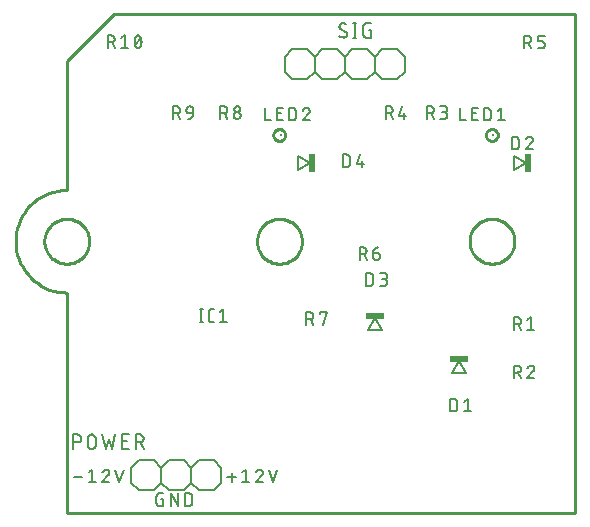
<source format=gbr>
G04 EAGLE Gerber RS-274X export*
G75*
%MOMM*%
%FSLAX34Y34*%
%LPD*%
%INSilkscreen Top*%
%IPPOS*%
%AMOC8*
5,1,8,0,0,1.08239X$1,22.5*%
G01*
%ADD10C,0.203200*%
%ADD11R,0.609600X1.574800*%
%ADD12R,0.250000X0.250000*%
%ADD13R,1.574800X0.609600*%
%ADD14C,0.152400*%
%ADD15C,0.254000*%


D10*
X136016Y30165D02*
X143128Y30165D01*
X139572Y26609D02*
X139572Y33721D01*
X148801Y34313D02*
X151764Y36684D01*
X151764Y26016D01*
X148801Y26016D02*
X154727Y26016D01*
X163490Y36684D02*
X163592Y36682D01*
X163694Y36676D01*
X163796Y36666D01*
X163897Y36653D01*
X163998Y36635D01*
X164098Y36614D01*
X164197Y36589D01*
X164295Y36560D01*
X164391Y36527D01*
X164487Y36491D01*
X164581Y36451D01*
X164673Y36407D01*
X164764Y36360D01*
X164853Y36309D01*
X164940Y36256D01*
X165024Y36198D01*
X165107Y36138D01*
X165187Y36075D01*
X165264Y36008D01*
X165339Y35939D01*
X165412Y35866D01*
X165481Y35791D01*
X165548Y35714D01*
X165611Y35634D01*
X165671Y35551D01*
X165729Y35467D01*
X165782Y35380D01*
X165833Y35291D01*
X165880Y35200D01*
X165924Y35108D01*
X165964Y35014D01*
X166000Y34918D01*
X166033Y34822D01*
X166062Y34724D01*
X166087Y34625D01*
X166108Y34525D01*
X166126Y34424D01*
X166139Y34323D01*
X166149Y34221D01*
X166155Y34119D01*
X166157Y34017D01*
X163490Y36684D02*
X163374Y36682D01*
X163257Y36676D01*
X163141Y36666D01*
X163026Y36652D01*
X162911Y36635D01*
X162796Y36613D01*
X162683Y36587D01*
X162570Y36558D01*
X162458Y36525D01*
X162348Y36488D01*
X162239Y36447D01*
X162131Y36403D01*
X162025Y36355D01*
X161921Y36303D01*
X161818Y36248D01*
X161717Y36190D01*
X161619Y36128D01*
X161522Y36063D01*
X161428Y35994D01*
X161336Y35922D01*
X161247Y35848D01*
X161160Y35770D01*
X161076Y35689D01*
X160995Y35606D01*
X160917Y35520D01*
X160841Y35431D01*
X160769Y35340D01*
X160700Y35246D01*
X160634Y35150D01*
X160571Y35052D01*
X160512Y34952D01*
X160456Y34850D01*
X160404Y34746D01*
X160355Y34640D01*
X160310Y34533D01*
X160268Y34424D01*
X160231Y34314D01*
X165269Y31942D02*
X165344Y32016D01*
X165416Y32093D01*
X165485Y32173D01*
X165552Y32255D01*
X165615Y32339D01*
X165675Y32426D01*
X165732Y32514D01*
X165786Y32605D01*
X165836Y32698D01*
X165883Y32792D01*
X165926Y32888D01*
X165966Y32986D01*
X166002Y33085D01*
X166035Y33185D01*
X166063Y33287D01*
X166088Y33389D01*
X166110Y33493D01*
X166127Y33597D01*
X166141Y33701D01*
X166150Y33806D01*
X166156Y33912D01*
X166158Y34017D01*
X165268Y31943D02*
X160231Y26016D01*
X166157Y26016D01*
X174624Y26016D02*
X171068Y36684D01*
X178180Y36684D02*
X174624Y26016D01*
X13128Y30165D02*
X6016Y30165D01*
X18801Y34313D02*
X21764Y36684D01*
X21764Y26016D01*
X18801Y26016D02*
X24727Y26016D01*
X33490Y36684D02*
X33592Y36682D01*
X33694Y36676D01*
X33796Y36666D01*
X33897Y36653D01*
X33998Y36635D01*
X34098Y36614D01*
X34197Y36589D01*
X34295Y36560D01*
X34391Y36527D01*
X34487Y36491D01*
X34581Y36451D01*
X34673Y36407D01*
X34764Y36360D01*
X34853Y36309D01*
X34940Y36256D01*
X35024Y36198D01*
X35107Y36138D01*
X35187Y36075D01*
X35264Y36008D01*
X35339Y35939D01*
X35412Y35866D01*
X35481Y35791D01*
X35548Y35714D01*
X35611Y35634D01*
X35671Y35551D01*
X35729Y35467D01*
X35782Y35380D01*
X35833Y35291D01*
X35880Y35200D01*
X35924Y35108D01*
X35964Y35014D01*
X36000Y34918D01*
X36033Y34822D01*
X36062Y34724D01*
X36087Y34625D01*
X36108Y34525D01*
X36126Y34424D01*
X36139Y34323D01*
X36149Y34221D01*
X36155Y34119D01*
X36157Y34017D01*
X33490Y36684D02*
X33374Y36682D01*
X33257Y36676D01*
X33141Y36666D01*
X33026Y36652D01*
X32911Y36635D01*
X32796Y36613D01*
X32683Y36587D01*
X32570Y36558D01*
X32458Y36525D01*
X32348Y36488D01*
X32239Y36447D01*
X32131Y36403D01*
X32025Y36355D01*
X31921Y36303D01*
X31818Y36248D01*
X31717Y36190D01*
X31619Y36128D01*
X31522Y36063D01*
X31428Y35994D01*
X31336Y35922D01*
X31247Y35848D01*
X31160Y35770D01*
X31076Y35689D01*
X30995Y35606D01*
X30917Y35520D01*
X30841Y35431D01*
X30769Y35340D01*
X30700Y35246D01*
X30634Y35150D01*
X30571Y35052D01*
X30512Y34952D01*
X30456Y34850D01*
X30404Y34746D01*
X30355Y34640D01*
X30310Y34533D01*
X30268Y34424D01*
X30231Y34314D01*
X35269Y31942D02*
X35344Y32016D01*
X35416Y32093D01*
X35485Y32173D01*
X35552Y32255D01*
X35615Y32339D01*
X35675Y32426D01*
X35732Y32514D01*
X35786Y32605D01*
X35836Y32698D01*
X35883Y32792D01*
X35926Y32888D01*
X35966Y32986D01*
X36002Y33085D01*
X36035Y33185D01*
X36063Y33287D01*
X36088Y33389D01*
X36110Y33493D01*
X36127Y33597D01*
X36141Y33701D01*
X36150Y33806D01*
X36156Y33912D01*
X36158Y34017D01*
X35268Y31943D02*
X30231Y26016D01*
X36157Y26016D01*
X44624Y26016D02*
X41068Y36684D01*
X48180Y36684D02*
X44624Y26016D01*
X80165Y11943D02*
X81943Y11943D01*
X81943Y6016D01*
X78387Y6016D01*
X78292Y6018D01*
X78196Y6024D01*
X78101Y6033D01*
X78007Y6047D01*
X77913Y6064D01*
X77820Y6085D01*
X77727Y6110D01*
X77636Y6138D01*
X77546Y6170D01*
X77458Y6206D01*
X77371Y6245D01*
X77285Y6288D01*
X77201Y6334D01*
X77120Y6383D01*
X77040Y6436D01*
X76963Y6492D01*
X76887Y6550D01*
X76815Y6612D01*
X76745Y6677D01*
X76677Y6745D01*
X76612Y6815D01*
X76550Y6887D01*
X76492Y6963D01*
X76436Y7040D01*
X76383Y7120D01*
X76334Y7202D01*
X76288Y7285D01*
X76245Y7371D01*
X76206Y7458D01*
X76170Y7546D01*
X76138Y7636D01*
X76110Y7727D01*
X76085Y7820D01*
X76064Y7913D01*
X76047Y8007D01*
X76033Y8101D01*
X76024Y8196D01*
X76018Y8292D01*
X76016Y8387D01*
X76016Y14313D01*
X76018Y14408D01*
X76024Y14504D01*
X76033Y14599D01*
X76047Y14693D01*
X76064Y14787D01*
X76085Y14880D01*
X76110Y14973D01*
X76138Y15064D01*
X76170Y15154D01*
X76206Y15242D01*
X76245Y15329D01*
X76288Y15415D01*
X76334Y15498D01*
X76383Y15580D01*
X76436Y15660D01*
X76492Y15737D01*
X76550Y15813D01*
X76612Y15885D01*
X76677Y15955D01*
X76745Y16023D01*
X76815Y16088D01*
X76887Y16150D01*
X76963Y16208D01*
X77040Y16264D01*
X77120Y16317D01*
X77201Y16366D01*
X77285Y16412D01*
X77371Y16455D01*
X77458Y16494D01*
X77546Y16530D01*
X77636Y16562D01*
X77727Y16590D01*
X77820Y16615D01*
X77913Y16636D01*
X78007Y16653D01*
X78101Y16667D01*
X78196Y16676D01*
X78291Y16682D01*
X78387Y16684D01*
X81943Y16684D01*
X88208Y16684D02*
X88208Y6016D01*
X94135Y6016D02*
X88208Y16684D01*
X94135Y16684D02*
X94135Y6016D01*
X100400Y6016D02*
X100400Y16684D01*
X103363Y16684D01*
X103469Y16682D01*
X103574Y16676D01*
X103680Y16667D01*
X103785Y16654D01*
X103889Y16637D01*
X103993Y16616D01*
X104096Y16592D01*
X104198Y16564D01*
X104299Y16532D01*
X104398Y16497D01*
X104497Y16458D01*
X104594Y16416D01*
X104689Y16371D01*
X104783Y16322D01*
X104875Y16269D01*
X104965Y16214D01*
X105053Y16155D01*
X105139Y16093D01*
X105222Y16028D01*
X105303Y15960D01*
X105382Y15890D01*
X105458Y15816D01*
X105532Y15740D01*
X105602Y15661D01*
X105670Y15580D01*
X105735Y15497D01*
X105797Y15411D01*
X105856Y15323D01*
X105911Y15233D01*
X105964Y15141D01*
X106013Y15047D01*
X106058Y14952D01*
X106100Y14855D01*
X106139Y14756D01*
X106174Y14657D01*
X106206Y14556D01*
X106234Y14454D01*
X106258Y14351D01*
X106279Y14247D01*
X106296Y14143D01*
X106309Y14038D01*
X106318Y13932D01*
X106324Y13827D01*
X106326Y13721D01*
X106327Y13721D02*
X106327Y8979D01*
X106326Y8979D02*
X106324Y8873D01*
X106318Y8768D01*
X106309Y8662D01*
X106296Y8557D01*
X106279Y8453D01*
X106258Y8349D01*
X106234Y8246D01*
X106206Y8144D01*
X106174Y8043D01*
X106139Y7944D01*
X106100Y7845D01*
X106058Y7748D01*
X106013Y7653D01*
X105964Y7559D01*
X105911Y7467D01*
X105856Y7377D01*
X105797Y7289D01*
X105735Y7203D01*
X105670Y7120D01*
X105602Y7039D01*
X105532Y6960D01*
X105458Y6884D01*
X105382Y6810D01*
X105303Y6740D01*
X105222Y6672D01*
X105139Y6607D01*
X105053Y6545D01*
X104965Y6486D01*
X104875Y6431D01*
X104783Y6378D01*
X104689Y6329D01*
X104594Y6284D01*
X104497Y6242D01*
X104398Y6203D01*
X104299Y6168D01*
X104198Y6136D01*
X104096Y6108D01*
X103993Y6084D01*
X103889Y6063D01*
X103785Y6046D01*
X103680Y6033D01*
X103574Y6024D01*
X103469Y6018D01*
X103363Y6016D01*
X100400Y6016D01*
X113951Y161796D02*
X113951Y172464D01*
X112766Y161796D02*
X115137Y161796D01*
X115137Y172464D02*
X112766Y172464D01*
X122453Y161796D02*
X124824Y161796D01*
X122453Y161796D02*
X122358Y161798D01*
X122262Y161804D01*
X122167Y161813D01*
X122073Y161827D01*
X121979Y161844D01*
X121886Y161865D01*
X121793Y161890D01*
X121702Y161918D01*
X121612Y161950D01*
X121524Y161986D01*
X121437Y162025D01*
X121351Y162068D01*
X121267Y162114D01*
X121186Y162163D01*
X121106Y162216D01*
X121029Y162272D01*
X120953Y162330D01*
X120881Y162392D01*
X120811Y162457D01*
X120743Y162525D01*
X120678Y162595D01*
X120616Y162667D01*
X120558Y162743D01*
X120502Y162820D01*
X120449Y162900D01*
X120400Y162982D01*
X120354Y163065D01*
X120311Y163151D01*
X120272Y163238D01*
X120236Y163326D01*
X120204Y163416D01*
X120176Y163507D01*
X120151Y163600D01*
X120130Y163693D01*
X120113Y163787D01*
X120099Y163881D01*
X120090Y163976D01*
X120084Y164072D01*
X120082Y164167D01*
X120082Y170093D01*
X120084Y170188D01*
X120090Y170284D01*
X120099Y170379D01*
X120113Y170473D01*
X120130Y170567D01*
X120151Y170660D01*
X120176Y170753D01*
X120204Y170844D01*
X120236Y170934D01*
X120272Y171022D01*
X120311Y171109D01*
X120354Y171195D01*
X120400Y171278D01*
X120449Y171360D01*
X120502Y171440D01*
X120558Y171517D01*
X120616Y171593D01*
X120678Y171665D01*
X120743Y171735D01*
X120811Y171803D01*
X120881Y171868D01*
X120953Y171930D01*
X121029Y171988D01*
X121106Y172044D01*
X121186Y172097D01*
X121267Y172146D01*
X121351Y172192D01*
X121437Y172235D01*
X121524Y172274D01*
X121612Y172310D01*
X121702Y172342D01*
X121793Y172370D01*
X121886Y172395D01*
X121979Y172416D01*
X122073Y172433D01*
X122167Y172447D01*
X122262Y172456D01*
X122357Y172462D01*
X122453Y172464D01*
X124824Y172464D01*
X129657Y170093D02*
X132620Y172464D01*
X132620Y161796D01*
X129657Y161796D02*
X135584Y161796D01*
X378716Y165634D02*
X378716Y154966D01*
X378716Y165634D02*
X381679Y165634D01*
X381786Y165632D01*
X381893Y165626D01*
X381999Y165617D01*
X382105Y165603D01*
X382211Y165586D01*
X382316Y165565D01*
X382420Y165540D01*
X382523Y165511D01*
X382625Y165479D01*
X382726Y165443D01*
X382825Y165403D01*
X382923Y165360D01*
X383019Y165313D01*
X383114Y165263D01*
X383207Y165210D01*
X383297Y165153D01*
X383386Y165093D01*
X383472Y165030D01*
X383556Y164964D01*
X383638Y164894D01*
X383717Y164822D01*
X383793Y164747D01*
X383867Y164669D01*
X383937Y164589D01*
X384005Y164506D01*
X384070Y164421D01*
X384131Y164334D01*
X384190Y164244D01*
X384245Y164152D01*
X384297Y164059D01*
X384345Y163963D01*
X384390Y163866D01*
X384432Y163768D01*
X384469Y163668D01*
X384504Y163566D01*
X384534Y163464D01*
X384561Y163360D01*
X384584Y163256D01*
X384603Y163150D01*
X384618Y163044D01*
X384630Y162938D01*
X384638Y162831D01*
X384642Y162724D01*
X384642Y162618D01*
X384638Y162511D01*
X384630Y162404D01*
X384618Y162298D01*
X384603Y162192D01*
X384584Y162086D01*
X384561Y161982D01*
X384534Y161878D01*
X384504Y161776D01*
X384469Y161674D01*
X384432Y161574D01*
X384390Y161476D01*
X384345Y161379D01*
X384297Y161283D01*
X384245Y161190D01*
X384190Y161098D01*
X384131Y161008D01*
X384070Y160921D01*
X384005Y160836D01*
X383937Y160753D01*
X383867Y160673D01*
X383793Y160595D01*
X383717Y160520D01*
X383638Y160448D01*
X383556Y160378D01*
X383472Y160312D01*
X383386Y160249D01*
X383297Y160189D01*
X383207Y160132D01*
X383114Y160079D01*
X383019Y160029D01*
X382923Y159982D01*
X382825Y159939D01*
X382726Y159899D01*
X382625Y159863D01*
X382523Y159831D01*
X382420Y159802D01*
X382316Y159777D01*
X382211Y159756D01*
X382105Y159739D01*
X381999Y159725D01*
X381893Y159716D01*
X381786Y159710D01*
X381679Y159708D01*
X381679Y159707D02*
X378716Y159707D01*
X382272Y159707D02*
X384643Y154966D01*
X390036Y163263D02*
X392999Y165634D01*
X392999Y154966D01*
X390036Y154966D02*
X395962Y154966D01*
X378716Y124834D02*
X378716Y114166D01*
X378716Y124834D02*
X381679Y124834D01*
X381786Y124832D01*
X381893Y124826D01*
X381999Y124817D01*
X382105Y124803D01*
X382211Y124786D01*
X382316Y124765D01*
X382420Y124740D01*
X382523Y124711D01*
X382625Y124679D01*
X382726Y124643D01*
X382825Y124603D01*
X382923Y124560D01*
X383019Y124513D01*
X383114Y124463D01*
X383207Y124410D01*
X383297Y124353D01*
X383386Y124293D01*
X383472Y124230D01*
X383556Y124164D01*
X383638Y124094D01*
X383717Y124022D01*
X383793Y123947D01*
X383867Y123869D01*
X383937Y123789D01*
X384005Y123706D01*
X384070Y123621D01*
X384131Y123534D01*
X384190Y123444D01*
X384245Y123352D01*
X384297Y123259D01*
X384345Y123163D01*
X384390Y123066D01*
X384432Y122968D01*
X384469Y122868D01*
X384504Y122766D01*
X384534Y122664D01*
X384561Y122560D01*
X384584Y122456D01*
X384603Y122350D01*
X384618Y122244D01*
X384630Y122138D01*
X384638Y122031D01*
X384642Y121924D01*
X384642Y121818D01*
X384638Y121711D01*
X384630Y121604D01*
X384618Y121498D01*
X384603Y121392D01*
X384584Y121286D01*
X384561Y121182D01*
X384534Y121078D01*
X384504Y120976D01*
X384469Y120874D01*
X384432Y120774D01*
X384390Y120676D01*
X384345Y120579D01*
X384297Y120483D01*
X384245Y120389D01*
X384190Y120298D01*
X384131Y120208D01*
X384070Y120121D01*
X384005Y120036D01*
X383937Y119953D01*
X383867Y119873D01*
X383793Y119795D01*
X383717Y119720D01*
X383638Y119648D01*
X383556Y119578D01*
X383472Y119512D01*
X383386Y119449D01*
X383297Y119389D01*
X383207Y119332D01*
X383114Y119279D01*
X383019Y119229D01*
X382923Y119182D01*
X382825Y119139D01*
X382726Y119099D01*
X382625Y119063D01*
X382523Y119031D01*
X382420Y119002D01*
X382316Y118977D01*
X382211Y118956D01*
X382105Y118939D01*
X381999Y118925D01*
X381893Y118916D01*
X381786Y118910D01*
X381679Y118908D01*
X381679Y118907D02*
X378716Y118907D01*
X382272Y118907D02*
X384643Y114166D01*
X393295Y124834D02*
X393397Y124832D01*
X393499Y124826D01*
X393601Y124816D01*
X393702Y124803D01*
X393803Y124785D01*
X393903Y124764D01*
X394002Y124739D01*
X394100Y124710D01*
X394196Y124677D01*
X394292Y124641D01*
X394386Y124601D01*
X394478Y124557D01*
X394569Y124510D01*
X394658Y124459D01*
X394745Y124406D01*
X394829Y124348D01*
X394912Y124288D01*
X394992Y124225D01*
X395069Y124158D01*
X395144Y124089D01*
X395217Y124016D01*
X395286Y123941D01*
X395353Y123864D01*
X395416Y123784D01*
X395476Y123701D01*
X395534Y123617D01*
X395587Y123530D01*
X395638Y123441D01*
X395685Y123350D01*
X395729Y123258D01*
X395769Y123164D01*
X395805Y123068D01*
X395838Y122972D01*
X395867Y122874D01*
X395892Y122775D01*
X395913Y122675D01*
X395931Y122574D01*
X395944Y122473D01*
X395954Y122371D01*
X395960Y122269D01*
X395962Y122167D01*
X393295Y124834D02*
X393179Y124832D01*
X393062Y124826D01*
X392946Y124816D01*
X392831Y124802D01*
X392716Y124785D01*
X392601Y124763D01*
X392488Y124737D01*
X392375Y124708D01*
X392263Y124675D01*
X392153Y124638D01*
X392044Y124597D01*
X391936Y124553D01*
X391830Y124505D01*
X391726Y124453D01*
X391623Y124398D01*
X391522Y124340D01*
X391424Y124278D01*
X391327Y124213D01*
X391233Y124144D01*
X391141Y124072D01*
X391052Y123998D01*
X390965Y123920D01*
X390881Y123839D01*
X390800Y123756D01*
X390722Y123670D01*
X390646Y123581D01*
X390574Y123490D01*
X390505Y123396D01*
X390439Y123300D01*
X390376Y123202D01*
X390317Y123102D01*
X390261Y123000D01*
X390209Y122896D01*
X390160Y122790D01*
X390115Y122683D01*
X390073Y122574D01*
X390036Y122464D01*
X395074Y120092D02*
X395149Y120166D01*
X395221Y120243D01*
X395290Y120323D01*
X395357Y120405D01*
X395420Y120489D01*
X395480Y120576D01*
X395537Y120664D01*
X395591Y120755D01*
X395641Y120848D01*
X395688Y120942D01*
X395731Y121038D01*
X395771Y121136D01*
X395807Y121235D01*
X395840Y121335D01*
X395868Y121437D01*
X395893Y121539D01*
X395915Y121643D01*
X395932Y121747D01*
X395946Y121851D01*
X395955Y121956D01*
X395961Y122062D01*
X395963Y122167D01*
X395073Y120093D02*
X390036Y114166D01*
X395962Y114166D01*
X379130Y290000D02*
X389130Y296000D01*
X379130Y302000D01*
X379130Y290000D01*
D11*
X390988Y296000D03*
D10*
X376886Y307886D02*
X376886Y318554D01*
X379850Y318554D01*
X379956Y318552D01*
X380061Y318546D01*
X380167Y318537D01*
X380272Y318524D01*
X380376Y318507D01*
X380480Y318486D01*
X380583Y318462D01*
X380685Y318434D01*
X380786Y318402D01*
X380885Y318367D01*
X380984Y318328D01*
X381081Y318286D01*
X381176Y318241D01*
X381270Y318192D01*
X381362Y318139D01*
X381452Y318084D01*
X381540Y318025D01*
X381626Y317963D01*
X381709Y317898D01*
X381790Y317830D01*
X381869Y317760D01*
X381945Y317686D01*
X382019Y317610D01*
X382089Y317531D01*
X382157Y317450D01*
X382222Y317367D01*
X382284Y317281D01*
X382343Y317193D01*
X382398Y317103D01*
X382451Y317011D01*
X382500Y316917D01*
X382545Y316822D01*
X382587Y316725D01*
X382626Y316626D01*
X382661Y316527D01*
X382693Y316426D01*
X382721Y316324D01*
X382745Y316221D01*
X382766Y316117D01*
X382783Y316013D01*
X382796Y315908D01*
X382805Y315802D01*
X382811Y315697D01*
X382813Y315591D01*
X382813Y310849D01*
X382811Y310743D01*
X382805Y310638D01*
X382796Y310532D01*
X382783Y310427D01*
X382766Y310323D01*
X382745Y310219D01*
X382721Y310116D01*
X382693Y310014D01*
X382661Y309913D01*
X382626Y309814D01*
X382587Y309715D01*
X382545Y309618D01*
X382500Y309523D01*
X382451Y309429D01*
X382398Y309337D01*
X382343Y309247D01*
X382284Y309159D01*
X382222Y309073D01*
X382157Y308990D01*
X382089Y308909D01*
X382019Y308830D01*
X381945Y308754D01*
X381869Y308680D01*
X381790Y308610D01*
X381709Y308542D01*
X381626Y308477D01*
X381540Y308415D01*
X381452Y308356D01*
X381362Y308301D01*
X381270Y308248D01*
X381176Y308199D01*
X381081Y308154D01*
X380984Y308112D01*
X380885Y308073D01*
X380786Y308038D01*
X380685Y308006D01*
X380583Y307978D01*
X380480Y307954D01*
X380376Y307933D01*
X380272Y307916D01*
X380167Y307903D01*
X380061Y307894D01*
X379956Y307888D01*
X379850Y307886D01*
X376886Y307886D01*
X391957Y318554D02*
X392059Y318552D01*
X392161Y318546D01*
X392263Y318536D01*
X392364Y318523D01*
X392465Y318505D01*
X392565Y318484D01*
X392664Y318459D01*
X392762Y318430D01*
X392858Y318397D01*
X392954Y318361D01*
X393048Y318321D01*
X393140Y318277D01*
X393231Y318230D01*
X393320Y318179D01*
X393407Y318126D01*
X393491Y318068D01*
X393574Y318008D01*
X393654Y317945D01*
X393731Y317878D01*
X393806Y317809D01*
X393879Y317736D01*
X393948Y317661D01*
X394015Y317584D01*
X394078Y317504D01*
X394138Y317421D01*
X394196Y317337D01*
X394249Y317250D01*
X394300Y317161D01*
X394347Y317070D01*
X394391Y316978D01*
X394431Y316884D01*
X394467Y316788D01*
X394500Y316692D01*
X394529Y316594D01*
X394554Y316495D01*
X394575Y316395D01*
X394593Y316294D01*
X394606Y316193D01*
X394616Y316091D01*
X394622Y315989D01*
X394624Y315887D01*
X391957Y318554D02*
X391841Y318552D01*
X391724Y318546D01*
X391608Y318536D01*
X391493Y318522D01*
X391378Y318505D01*
X391263Y318483D01*
X391150Y318457D01*
X391037Y318428D01*
X390925Y318395D01*
X390815Y318358D01*
X390706Y318317D01*
X390598Y318273D01*
X390492Y318225D01*
X390388Y318173D01*
X390285Y318118D01*
X390184Y318060D01*
X390086Y317998D01*
X389989Y317933D01*
X389895Y317864D01*
X389803Y317792D01*
X389714Y317718D01*
X389627Y317640D01*
X389543Y317559D01*
X389462Y317476D01*
X389384Y317390D01*
X389308Y317301D01*
X389236Y317210D01*
X389167Y317116D01*
X389101Y317020D01*
X389038Y316922D01*
X388979Y316822D01*
X388923Y316720D01*
X388871Y316616D01*
X388822Y316510D01*
X388777Y316403D01*
X388735Y316294D01*
X388698Y316184D01*
X393736Y313812D02*
X393811Y313886D01*
X393883Y313963D01*
X393952Y314043D01*
X394019Y314125D01*
X394082Y314209D01*
X394142Y314296D01*
X394199Y314384D01*
X394253Y314475D01*
X394303Y314568D01*
X394350Y314662D01*
X394393Y314758D01*
X394433Y314856D01*
X394469Y314955D01*
X394502Y315055D01*
X394530Y315157D01*
X394555Y315259D01*
X394577Y315363D01*
X394594Y315467D01*
X394608Y315571D01*
X394617Y315676D01*
X394623Y315782D01*
X394625Y315887D01*
X393735Y313813D02*
X388697Y307886D01*
X394624Y307886D01*
X305066Y333716D02*
X305066Y344384D01*
X308029Y344384D01*
X308136Y344382D01*
X308243Y344376D01*
X308349Y344367D01*
X308455Y344353D01*
X308561Y344336D01*
X308666Y344315D01*
X308770Y344290D01*
X308873Y344261D01*
X308975Y344229D01*
X309076Y344193D01*
X309175Y344153D01*
X309273Y344110D01*
X309369Y344063D01*
X309464Y344013D01*
X309557Y343960D01*
X309647Y343903D01*
X309736Y343843D01*
X309822Y343780D01*
X309906Y343714D01*
X309988Y343644D01*
X310067Y343572D01*
X310143Y343497D01*
X310217Y343419D01*
X310287Y343339D01*
X310355Y343256D01*
X310420Y343171D01*
X310481Y343084D01*
X310540Y342994D01*
X310595Y342903D01*
X310647Y342809D01*
X310695Y342713D01*
X310740Y342616D01*
X310782Y342518D01*
X310819Y342418D01*
X310854Y342316D01*
X310884Y342214D01*
X310911Y342110D01*
X310934Y342006D01*
X310953Y341900D01*
X310968Y341794D01*
X310980Y341688D01*
X310988Y341581D01*
X310992Y341474D01*
X310992Y341368D01*
X310988Y341261D01*
X310980Y341154D01*
X310968Y341048D01*
X310953Y340942D01*
X310934Y340836D01*
X310911Y340732D01*
X310884Y340628D01*
X310854Y340526D01*
X310819Y340424D01*
X310782Y340324D01*
X310740Y340226D01*
X310695Y340129D01*
X310647Y340033D01*
X310595Y339940D01*
X310540Y339848D01*
X310481Y339758D01*
X310420Y339671D01*
X310355Y339586D01*
X310287Y339503D01*
X310217Y339423D01*
X310143Y339345D01*
X310067Y339270D01*
X309988Y339198D01*
X309906Y339128D01*
X309822Y339062D01*
X309736Y338999D01*
X309647Y338939D01*
X309557Y338882D01*
X309464Y338829D01*
X309369Y338779D01*
X309273Y338732D01*
X309175Y338689D01*
X309076Y338649D01*
X308975Y338613D01*
X308873Y338581D01*
X308770Y338552D01*
X308666Y338527D01*
X308561Y338506D01*
X308455Y338489D01*
X308349Y338475D01*
X308243Y338466D01*
X308136Y338460D01*
X308029Y338458D01*
X308029Y338457D02*
X305066Y338457D01*
X308622Y338457D02*
X310993Y333716D01*
X316386Y333716D02*
X319349Y333716D01*
X319456Y333718D01*
X319563Y333724D01*
X319669Y333733D01*
X319775Y333747D01*
X319881Y333764D01*
X319986Y333785D01*
X320090Y333810D01*
X320193Y333839D01*
X320295Y333871D01*
X320396Y333907D01*
X320495Y333947D01*
X320593Y333990D01*
X320689Y334037D01*
X320784Y334087D01*
X320877Y334140D01*
X320967Y334197D01*
X321056Y334257D01*
X321142Y334320D01*
X321226Y334386D01*
X321308Y334456D01*
X321387Y334528D01*
X321463Y334603D01*
X321537Y334681D01*
X321607Y334761D01*
X321675Y334844D01*
X321740Y334929D01*
X321801Y335016D01*
X321860Y335106D01*
X321915Y335198D01*
X321967Y335291D01*
X322015Y335387D01*
X322060Y335484D01*
X322102Y335582D01*
X322139Y335682D01*
X322174Y335784D01*
X322204Y335886D01*
X322231Y335990D01*
X322254Y336094D01*
X322273Y336200D01*
X322288Y336306D01*
X322300Y336412D01*
X322308Y336519D01*
X322312Y336626D01*
X322312Y336732D01*
X322308Y336839D01*
X322300Y336946D01*
X322288Y337052D01*
X322273Y337158D01*
X322254Y337264D01*
X322231Y337368D01*
X322204Y337472D01*
X322174Y337574D01*
X322139Y337676D01*
X322102Y337776D01*
X322060Y337874D01*
X322015Y337971D01*
X321967Y338067D01*
X321915Y338161D01*
X321860Y338252D01*
X321801Y338342D01*
X321740Y338429D01*
X321675Y338514D01*
X321607Y338597D01*
X321537Y338677D01*
X321463Y338755D01*
X321387Y338830D01*
X321308Y338902D01*
X321226Y338972D01*
X321142Y339038D01*
X321056Y339101D01*
X320967Y339161D01*
X320877Y339218D01*
X320784Y339271D01*
X320689Y339321D01*
X320593Y339368D01*
X320495Y339411D01*
X320396Y339451D01*
X320295Y339487D01*
X320193Y339519D01*
X320090Y339548D01*
X319986Y339573D01*
X319881Y339594D01*
X319775Y339611D01*
X319669Y339625D01*
X319563Y339634D01*
X319456Y339640D01*
X319349Y339642D01*
X319942Y344384D02*
X316386Y344384D01*
X319942Y344384D02*
X320039Y344382D01*
X320135Y344376D01*
X320231Y344366D01*
X320327Y344352D01*
X320422Y344335D01*
X320517Y344313D01*
X320610Y344288D01*
X320702Y344259D01*
X320793Y344226D01*
X320883Y344189D01*
X320971Y344149D01*
X321057Y344105D01*
X321141Y344058D01*
X321224Y344008D01*
X321304Y343954D01*
X321382Y343896D01*
X321458Y343836D01*
X321531Y343773D01*
X321601Y343707D01*
X321669Y343637D01*
X321734Y343566D01*
X321796Y343491D01*
X321854Y343414D01*
X321910Y343335D01*
X321962Y343254D01*
X322011Y343170D01*
X322057Y343085D01*
X322099Y342998D01*
X322137Y342909D01*
X322172Y342819D01*
X322203Y342727D01*
X322230Y342634D01*
X322254Y342541D01*
X322273Y342446D01*
X322289Y342350D01*
X322301Y342254D01*
X322309Y342158D01*
X322313Y342061D01*
X322313Y341965D01*
X322309Y341868D01*
X322301Y341772D01*
X322289Y341676D01*
X322273Y341580D01*
X322254Y341485D01*
X322230Y341392D01*
X322203Y341299D01*
X322172Y341207D01*
X322137Y341117D01*
X322099Y341028D01*
X322057Y340941D01*
X322011Y340856D01*
X321962Y340772D01*
X321910Y340691D01*
X321854Y340612D01*
X321796Y340535D01*
X321734Y340460D01*
X321669Y340389D01*
X321601Y340319D01*
X321531Y340253D01*
X321458Y340190D01*
X321382Y340130D01*
X321304Y340072D01*
X321224Y340018D01*
X321141Y339968D01*
X321057Y339921D01*
X320971Y339877D01*
X320883Y339837D01*
X320793Y339800D01*
X320702Y339767D01*
X320610Y339738D01*
X320517Y339713D01*
X320422Y339691D01*
X320327Y339674D01*
X320231Y339660D01*
X320135Y339650D01*
X320039Y339644D01*
X319942Y339642D01*
X319942Y339643D02*
X317571Y339643D01*
X270066Y344384D02*
X270066Y333716D01*
X270066Y344384D02*
X273029Y344384D01*
X273136Y344382D01*
X273243Y344376D01*
X273349Y344367D01*
X273455Y344353D01*
X273561Y344336D01*
X273666Y344315D01*
X273770Y344290D01*
X273873Y344261D01*
X273975Y344229D01*
X274076Y344193D01*
X274175Y344153D01*
X274273Y344110D01*
X274369Y344063D01*
X274464Y344013D01*
X274557Y343960D01*
X274647Y343903D01*
X274736Y343843D01*
X274822Y343780D01*
X274906Y343714D01*
X274988Y343644D01*
X275067Y343572D01*
X275143Y343497D01*
X275217Y343419D01*
X275287Y343339D01*
X275355Y343256D01*
X275420Y343171D01*
X275481Y343084D01*
X275540Y342994D01*
X275595Y342903D01*
X275647Y342809D01*
X275695Y342713D01*
X275740Y342616D01*
X275782Y342518D01*
X275819Y342418D01*
X275854Y342316D01*
X275884Y342214D01*
X275911Y342110D01*
X275934Y342006D01*
X275953Y341900D01*
X275968Y341794D01*
X275980Y341688D01*
X275988Y341581D01*
X275992Y341474D01*
X275992Y341368D01*
X275988Y341261D01*
X275980Y341154D01*
X275968Y341048D01*
X275953Y340942D01*
X275934Y340836D01*
X275911Y340732D01*
X275884Y340628D01*
X275854Y340526D01*
X275819Y340424D01*
X275782Y340324D01*
X275740Y340226D01*
X275695Y340129D01*
X275647Y340033D01*
X275595Y339940D01*
X275540Y339848D01*
X275481Y339758D01*
X275420Y339671D01*
X275355Y339586D01*
X275287Y339503D01*
X275217Y339423D01*
X275143Y339345D01*
X275067Y339270D01*
X274988Y339198D01*
X274906Y339128D01*
X274822Y339062D01*
X274736Y338999D01*
X274647Y338939D01*
X274557Y338882D01*
X274464Y338829D01*
X274369Y338779D01*
X274273Y338732D01*
X274175Y338689D01*
X274076Y338649D01*
X273975Y338613D01*
X273873Y338581D01*
X273770Y338552D01*
X273666Y338527D01*
X273561Y338506D01*
X273455Y338489D01*
X273349Y338475D01*
X273243Y338466D01*
X273136Y338460D01*
X273029Y338458D01*
X273029Y338457D02*
X270066Y338457D01*
X273622Y338457D02*
X275993Y333716D01*
X281386Y336087D02*
X283756Y344384D01*
X281386Y336087D02*
X287312Y336087D01*
X285534Y338457D02*
X285534Y333716D01*
D12*
X361250Y320000D03*
D10*
X333316Y332366D02*
X333316Y343034D01*
X333316Y332366D02*
X338057Y332366D01*
X343222Y332366D02*
X347963Y332366D01*
X343222Y332366D02*
X343222Y343034D01*
X347963Y343034D01*
X346778Y338293D02*
X343222Y338293D01*
X353094Y343034D02*
X353094Y332366D01*
X353094Y343034D02*
X356057Y343034D01*
X356163Y343032D01*
X356268Y343026D01*
X356374Y343017D01*
X356479Y343004D01*
X356583Y342987D01*
X356687Y342966D01*
X356790Y342942D01*
X356892Y342914D01*
X356993Y342882D01*
X357092Y342847D01*
X357191Y342808D01*
X357288Y342766D01*
X357383Y342721D01*
X357477Y342672D01*
X357569Y342619D01*
X357659Y342564D01*
X357747Y342505D01*
X357833Y342443D01*
X357916Y342378D01*
X357997Y342310D01*
X358076Y342240D01*
X358152Y342166D01*
X358226Y342090D01*
X358296Y342011D01*
X358364Y341930D01*
X358429Y341847D01*
X358491Y341761D01*
X358550Y341673D01*
X358605Y341583D01*
X358658Y341491D01*
X358707Y341397D01*
X358752Y341302D01*
X358794Y341205D01*
X358833Y341106D01*
X358868Y341007D01*
X358900Y340906D01*
X358928Y340804D01*
X358952Y340701D01*
X358973Y340597D01*
X358990Y340493D01*
X359003Y340388D01*
X359012Y340282D01*
X359018Y340177D01*
X359020Y340071D01*
X359021Y340071D02*
X359021Y335329D01*
X359020Y335329D02*
X359018Y335223D01*
X359012Y335118D01*
X359003Y335012D01*
X358990Y334907D01*
X358973Y334803D01*
X358952Y334699D01*
X358928Y334596D01*
X358900Y334494D01*
X358868Y334393D01*
X358833Y334294D01*
X358794Y334195D01*
X358752Y334098D01*
X358707Y334003D01*
X358658Y333909D01*
X358605Y333817D01*
X358550Y333727D01*
X358491Y333639D01*
X358429Y333553D01*
X358364Y333470D01*
X358296Y333389D01*
X358226Y333310D01*
X358152Y333234D01*
X358076Y333160D01*
X357997Y333090D01*
X357916Y333022D01*
X357833Y332957D01*
X357747Y332895D01*
X357659Y332836D01*
X357569Y332781D01*
X357477Y332728D01*
X357383Y332679D01*
X357288Y332634D01*
X357191Y332592D01*
X357092Y332553D01*
X356993Y332518D01*
X356892Y332486D01*
X356790Y332458D01*
X356687Y332434D01*
X356583Y332413D01*
X356479Y332396D01*
X356374Y332383D01*
X356268Y332374D01*
X356163Y332368D01*
X356057Y332366D01*
X353094Y332366D01*
X364905Y340663D02*
X367868Y343034D01*
X367868Y332366D01*
X364905Y332366D02*
X370832Y332366D01*
X332300Y128430D02*
X338300Y118430D01*
X332300Y128430D02*
X326300Y118430D01*
X338300Y118430D01*
D13*
X332300Y130288D03*
D10*
X324746Y96624D02*
X324746Y85956D01*
X324746Y96624D02*
X327709Y96624D01*
X327815Y96622D01*
X327920Y96616D01*
X328026Y96607D01*
X328131Y96594D01*
X328235Y96577D01*
X328339Y96556D01*
X328442Y96532D01*
X328544Y96504D01*
X328645Y96472D01*
X328744Y96437D01*
X328843Y96398D01*
X328940Y96356D01*
X329035Y96311D01*
X329129Y96262D01*
X329221Y96209D01*
X329311Y96154D01*
X329399Y96095D01*
X329485Y96033D01*
X329568Y95968D01*
X329649Y95900D01*
X329728Y95830D01*
X329804Y95756D01*
X329878Y95680D01*
X329948Y95601D01*
X330016Y95520D01*
X330081Y95437D01*
X330143Y95351D01*
X330202Y95263D01*
X330257Y95173D01*
X330310Y95081D01*
X330359Y94987D01*
X330404Y94892D01*
X330446Y94795D01*
X330485Y94696D01*
X330520Y94597D01*
X330552Y94496D01*
X330580Y94394D01*
X330604Y94291D01*
X330625Y94187D01*
X330642Y94083D01*
X330655Y93978D01*
X330664Y93872D01*
X330670Y93767D01*
X330672Y93661D01*
X330673Y93661D02*
X330673Y88919D01*
X330672Y88919D02*
X330670Y88813D01*
X330664Y88708D01*
X330655Y88602D01*
X330642Y88497D01*
X330625Y88393D01*
X330604Y88289D01*
X330580Y88186D01*
X330552Y88084D01*
X330520Y87983D01*
X330485Y87884D01*
X330446Y87785D01*
X330404Y87688D01*
X330359Y87593D01*
X330310Y87499D01*
X330257Y87407D01*
X330202Y87317D01*
X330143Y87229D01*
X330081Y87143D01*
X330016Y87060D01*
X329948Y86979D01*
X329878Y86900D01*
X329804Y86824D01*
X329728Y86750D01*
X329649Y86680D01*
X329568Y86612D01*
X329485Y86547D01*
X329399Y86485D01*
X329311Y86426D01*
X329221Y86371D01*
X329129Y86318D01*
X329035Y86269D01*
X328940Y86224D01*
X328843Y86182D01*
X328744Y86143D01*
X328645Y86108D01*
X328544Y86076D01*
X328442Y86048D01*
X328339Y86024D01*
X328235Y86003D01*
X328131Y85986D01*
X328026Y85973D01*
X327920Y85964D01*
X327815Y85958D01*
X327709Y85956D01*
X324746Y85956D01*
X336557Y94253D02*
X339520Y96624D01*
X339520Y85956D01*
X336557Y85956D02*
X342484Y85956D01*
X247916Y214266D02*
X247916Y224934D01*
X250879Y224934D01*
X250986Y224932D01*
X251093Y224926D01*
X251199Y224917D01*
X251305Y224903D01*
X251411Y224886D01*
X251516Y224865D01*
X251620Y224840D01*
X251723Y224811D01*
X251825Y224779D01*
X251926Y224743D01*
X252025Y224703D01*
X252123Y224660D01*
X252219Y224613D01*
X252314Y224563D01*
X252407Y224510D01*
X252497Y224453D01*
X252586Y224393D01*
X252672Y224330D01*
X252756Y224264D01*
X252838Y224194D01*
X252917Y224122D01*
X252993Y224047D01*
X253067Y223969D01*
X253137Y223889D01*
X253205Y223806D01*
X253270Y223721D01*
X253331Y223634D01*
X253390Y223544D01*
X253445Y223452D01*
X253497Y223359D01*
X253545Y223263D01*
X253590Y223166D01*
X253632Y223068D01*
X253669Y222968D01*
X253704Y222866D01*
X253734Y222764D01*
X253761Y222660D01*
X253784Y222556D01*
X253803Y222450D01*
X253818Y222344D01*
X253830Y222238D01*
X253838Y222131D01*
X253842Y222024D01*
X253842Y221918D01*
X253838Y221811D01*
X253830Y221704D01*
X253818Y221598D01*
X253803Y221492D01*
X253784Y221386D01*
X253761Y221282D01*
X253734Y221178D01*
X253704Y221076D01*
X253669Y220974D01*
X253632Y220874D01*
X253590Y220776D01*
X253545Y220679D01*
X253497Y220583D01*
X253445Y220490D01*
X253390Y220398D01*
X253331Y220308D01*
X253270Y220221D01*
X253205Y220136D01*
X253137Y220053D01*
X253067Y219973D01*
X252993Y219895D01*
X252917Y219820D01*
X252838Y219748D01*
X252756Y219678D01*
X252672Y219612D01*
X252586Y219549D01*
X252497Y219489D01*
X252407Y219432D01*
X252314Y219379D01*
X252219Y219329D01*
X252123Y219282D01*
X252025Y219239D01*
X251926Y219199D01*
X251825Y219163D01*
X251723Y219131D01*
X251620Y219102D01*
X251516Y219077D01*
X251411Y219056D01*
X251305Y219039D01*
X251199Y219025D01*
X251093Y219016D01*
X250986Y219010D01*
X250879Y219008D01*
X250879Y219007D02*
X247916Y219007D01*
X251472Y219007D02*
X253843Y214266D01*
X259236Y220193D02*
X262792Y220193D01*
X262887Y220191D01*
X262983Y220185D01*
X263078Y220176D01*
X263172Y220162D01*
X263266Y220145D01*
X263359Y220124D01*
X263452Y220099D01*
X263543Y220071D01*
X263633Y220039D01*
X263721Y220003D01*
X263808Y219964D01*
X263894Y219921D01*
X263978Y219875D01*
X264059Y219826D01*
X264139Y219773D01*
X264216Y219717D01*
X264292Y219659D01*
X264364Y219597D01*
X264434Y219532D01*
X264502Y219464D01*
X264567Y219394D01*
X264629Y219322D01*
X264687Y219246D01*
X264743Y219169D01*
X264796Y219089D01*
X264845Y219008D01*
X264891Y218924D01*
X264934Y218838D01*
X264973Y218751D01*
X265009Y218663D01*
X265041Y218573D01*
X265069Y218482D01*
X265094Y218389D01*
X265115Y218296D01*
X265132Y218202D01*
X265146Y218108D01*
X265155Y218013D01*
X265161Y217917D01*
X265163Y217822D01*
X265162Y217822D02*
X265162Y217229D01*
X265160Y217122D01*
X265154Y217015D01*
X265145Y216909D01*
X265131Y216803D01*
X265114Y216697D01*
X265093Y216592D01*
X265068Y216488D01*
X265039Y216385D01*
X265007Y216283D01*
X264971Y216182D01*
X264931Y216083D01*
X264888Y215985D01*
X264841Y215889D01*
X264791Y215794D01*
X264738Y215701D01*
X264681Y215611D01*
X264621Y215522D01*
X264558Y215436D01*
X264492Y215352D01*
X264422Y215270D01*
X264350Y215191D01*
X264275Y215115D01*
X264197Y215041D01*
X264117Y214971D01*
X264034Y214903D01*
X263949Y214838D01*
X263862Y214777D01*
X263772Y214718D01*
X263681Y214663D01*
X263587Y214611D01*
X263491Y214563D01*
X263394Y214518D01*
X263296Y214476D01*
X263196Y214439D01*
X263094Y214404D01*
X262992Y214374D01*
X262888Y214347D01*
X262784Y214324D01*
X262678Y214305D01*
X262572Y214290D01*
X262466Y214278D01*
X262359Y214270D01*
X262252Y214266D01*
X262146Y214266D01*
X262039Y214270D01*
X261932Y214278D01*
X261826Y214290D01*
X261720Y214305D01*
X261614Y214324D01*
X261510Y214347D01*
X261406Y214374D01*
X261304Y214404D01*
X261202Y214439D01*
X261102Y214476D01*
X261004Y214518D01*
X260907Y214563D01*
X260811Y214611D01*
X260718Y214663D01*
X260626Y214718D01*
X260536Y214777D01*
X260449Y214838D01*
X260364Y214903D01*
X260281Y214971D01*
X260201Y215041D01*
X260123Y215115D01*
X260048Y215191D01*
X259976Y215270D01*
X259906Y215352D01*
X259840Y215436D01*
X259777Y215522D01*
X259717Y215611D01*
X259660Y215701D01*
X259607Y215794D01*
X259557Y215889D01*
X259510Y215985D01*
X259467Y216083D01*
X259427Y216182D01*
X259391Y216283D01*
X259359Y216385D01*
X259330Y216488D01*
X259305Y216592D01*
X259284Y216697D01*
X259267Y216803D01*
X259253Y216909D01*
X259244Y217015D01*
X259238Y217122D01*
X259236Y217229D01*
X259236Y220193D01*
X259238Y220328D01*
X259244Y220464D01*
X259253Y220599D01*
X259267Y220733D01*
X259284Y220868D01*
X259305Y221001D01*
X259330Y221135D01*
X259359Y221267D01*
X259392Y221398D01*
X259428Y221529D01*
X259468Y221658D01*
X259512Y221786D01*
X259559Y221913D01*
X259610Y222039D01*
X259664Y222162D01*
X259722Y222285D01*
X259784Y222405D01*
X259849Y222524D01*
X259917Y222641D01*
X259989Y222756D01*
X260063Y222869D01*
X260141Y222980D01*
X260223Y223088D01*
X260307Y223194D01*
X260394Y223298D01*
X260484Y223399D01*
X260577Y223497D01*
X260673Y223593D01*
X260771Y223686D01*
X260872Y223776D01*
X260976Y223863D01*
X261082Y223947D01*
X261190Y224029D01*
X261301Y224107D01*
X261414Y224181D01*
X261529Y224253D01*
X261646Y224321D01*
X261765Y224386D01*
X261885Y224448D01*
X262007Y224506D01*
X262131Y224560D01*
X262257Y224611D01*
X262384Y224658D01*
X262512Y224702D01*
X262641Y224742D01*
X262772Y224778D01*
X262903Y224811D01*
X263035Y224840D01*
X263169Y224865D01*
X263302Y224886D01*
X263437Y224903D01*
X263571Y224917D01*
X263706Y224926D01*
X263842Y224932D01*
X263977Y224934D01*
X202916Y169934D02*
X202916Y159266D01*
X202916Y169934D02*
X205879Y169934D01*
X205986Y169932D01*
X206093Y169926D01*
X206199Y169917D01*
X206305Y169903D01*
X206411Y169886D01*
X206516Y169865D01*
X206620Y169840D01*
X206723Y169811D01*
X206825Y169779D01*
X206926Y169743D01*
X207025Y169703D01*
X207123Y169660D01*
X207219Y169613D01*
X207314Y169563D01*
X207407Y169510D01*
X207497Y169453D01*
X207586Y169393D01*
X207672Y169330D01*
X207756Y169264D01*
X207838Y169194D01*
X207917Y169122D01*
X207993Y169047D01*
X208067Y168969D01*
X208137Y168889D01*
X208205Y168806D01*
X208270Y168721D01*
X208331Y168634D01*
X208390Y168544D01*
X208445Y168452D01*
X208497Y168359D01*
X208545Y168263D01*
X208590Y168166D01*
X208632Y168068D01*
X208669Y167968D01*
X208704Y167866D01*
X208734Y167764D01*
X208761Y167660D01*
X208784Y167556D01*
X208803Y167450D01*
X208818Y167344D01*
X208830Y167238D01*
X208838Y167131D01*
X208842Y167024D01*
X208842Y166918D01*
X208838Y166811D01*
X208830Y166704D01*
X208818Y166598D01*
X208803Y166492D01*
X208784Y166386D01*
X208761Y166282D01*
X208734Y166178D01*
X208704Y166076D01*
X208669Y165974D01*
X208632Y165874D01*
X208590Y165776D01*
X208545Y165679D01*
X208497Y165583D01*
X208445Y165490D01*
X208390Y165398D01*
X208331Y165308D01*
X208270Y165221D01*
X208205Y165136D01*
X208137Y165053D01*
X208067Y164973D01*
X207993Y164895D01*
X207917Y164820D01*
X207838Y164748D01*
X207756Y164678D01*
X207672Y164612D01*
X207586Y164549D01*
X207497Y164489D01*
X207407Y164432D01*
X207314Y164379D01*
X207219Y164329D01*
X207123Y164282D01*
X207025Y164239D01*
X206926Y164199D01*
X206825Y164163D01*
X206723Y164131D01*
X206620Y164102D01*
X206516Y164077D01*
X206411Y164056D01*
X206305Y164039D01*
X206199Y164025D01*
X206093Y164016D01*
X205986Y164010D01*
X205879Y164008D01*
X205879Y164007D02*
X202916Y164007D01*
X206472Y164007D02*
X208843Y159266D01*
X214236Y168749D02*
X214236Y169934D01*
X220162Y169934D01*
X217199Y159266D01*
X196030Y290000D02*
X206030Y296000D01*
X196030Y302000D01*
X196030Y290000D01*
D11*
X207888Y296000D03*
D10*
X233786Y292886D02*
X233786Y303554D01*
X236750Y303554D01*
X236856Y303552D01*
X236961Y303546D01*
X237067Y303537D01*
X237172Y303524D01*
X237276Y303507D01*
X237380Y303486D01*
X237483Y303462D01*
X237585Y303434D01*
X237686Y303402D01*
X237785Y303367D01*
X237884Y303328D01*
X237981Y303286D01*
X238076Y303241D01*
X238170Y303192D01*
X238262Y303139D01*
X238352Y303084D01*
X238440Y303025D01*
X238526Y302963D01*
X238609Y302898D01*
X238690Y302830D01*
X238769Y302760D01*
X238845Y302686D01*
X238919Y302610D01*
X238989Y302531D01*
X239057Y302450D01*
X239122Y302367D01*
X239184Y302281D01*
X239243Y302193D01*
X239298Y302103D01*
X239351Y302011D01*
X239400Y301917D01*
X239445Y301822D01*
X239487Y301725D01*
X239526Y301626D01*
X239561Y301527D01*
X239593Y301426D01*
X239621Y301324D01*
X239645Y301221D01*
X239666Y301117D01*
X239683Y301013D01*
X239696Y300908D01*
X239705Y300802D01*
X239711Y300697D01*
X239713Y300591D01*
X239713Y295849D01*
X239711Y295743D01*
X239705Y295638D01*
X239696Y295532D01*
X239683Y295427D01*
X239666Y295323D01*
X239645Y295219D01*
X239621Y295116D01*
X239593Y295014D01*
X239561Y294913D01*
X239526Y294814D01*
X239487Y294715D01*
X239445Y294618D01*
X239400Y294523D01*
X239351Y294429D01*
X239298Y294337D01*
X239243Y294247D01*
X239184Y294159D01*
X239122Y294073D01*
X239057Y293990D01*
X238989Y293909D01*
X238919Y293830D01*
X238845Y293754D01*
X238769Y293680D01*
X238690Y293610D01*
X238609Y293542D01*
X238526Y293477D01*
X238440Y293415D01*
X238352Y293356D01*
X238262Y293301D01*
X238170Y293248D01*
X238076Y293199D01*
X237981Y293154D01*
X237884Y293112D01*
X237785Y293073D01*
X237686Y293038D01*
X237585Y293006D01*
X237483Y292978D01*
X237380Y292954D01*
X237276Y292933D01*
X237172Y292916D01*
X237067Y292903D01*
X236961Y292894D01*
X236856Y292888D01*
X236750Y292886D01*
X233786Y292886D01*
X245597Y295257D02*
X247968Y303554D01*
X245597Y295257D02*
X251524Y295257D01*
X249746Y297627D02*
X249746Y292886D01*
X130066Y333716D02*
X130066Y344384D01*
X133029Y344384D01*
X133136Y344382D01*
X133243Y344376D01*
X133349Y344367D01*
X133455Y344353D01*
X133561Y344336D01*
X133666Y344315D01*
X133770Y344290D01*
X133873Y344261D01*
X133975Y344229D01*
X134076Y344193D01*
X134175Y344153D01*
X134273Y344110D01*
X134369Y344063D01*
X134464Y344013D01*
X134557Y343960D01*
X134647Y343903D01*
X134736Y343843D01*
X134822Y343780D01*
X134906Y343714D01*
X134988Y343644D01*
X135067Y343572D01*
X135143Y343497D01*
X135217Y343419D01*
X135287Y343339D01*
X135355Y343256D01*
X135420Y343171D01*
X135481Y343084D01*
X135540Y342994D01*
X135595Y342903D01*
X135647Y342809D01*
X135695Y342713D01*
X135740Y342616D01*
X135782Y342518D01*
X135819Y342418D01*
X135854Y342316D01*
X135884Y342214D01*
X135911Y342110D01*
X135934Y342006D01*
X135953Y341900D01*
X135968Y341794D01*
X135980Y341688D01*
X135988Y341581D01*
X135992Y341474D01*
X135992Y341368D01*
X135988Y341261D01*
X135980Y341154D01*
X135968Y341048D01*
X135953Y340942D01*
X135934Y340836D01*
X135911Y340732D01*
X135884Y340628D01*
X135854Y340526D01*
X135819Y340424D01*
X135782Y340324D01*
X135740Y340226D01*
X135695Y340129D01*
X135647Y340033D01*
X135595Y339940D01*
X135540Y339848D01*
X135481Y339758D01*
X135420Y339671D01*
X135355Y339586D01*
X135287Y339503D01*
X135217Y339423D01*
X135143Y339345D01*
X135067Y339270D01*
X134988Y339198D01*
X134906Y339128D01*
X134822Y339062D01*
X134736Y338999D01*
X134647Y338939D01*
X134557Y338882D01*
X134464Y338829D01*
X134369Y338779D01*
X134273Y338732D01*
X134175Y338689D01*
X134076Y338649D01*
X133975Y338613D01*
X133873Y338581D01*
X133770Y338552D01*
X133666Y338527D01*
X133561Y338506D01*
X133455Y338489D01*
X133349Y338475D01*
X133243Y338466D01*
X133136Y338460D01*
X133029Y338458D01*
X133029Y338457D02*
X130066Y338457D01*
X133622Y338457D02*
X135993Y333716D01*
X141386Y336679D02*
X141388Y336786D01*
X141394Y336893D01*
X141403Y336999D01*
X141417Y337105D01*
X141434Y337211D01*
X141455Y337316D01*
X141480Y337420D01*
X141509Y337523D01*
X141541Y337625D01*
X141577Y337726D01*
X141617Y337825D01*
X141660Y337923D01*
X141707Y338019D01*
X141757Y338114D01*
X141810Y338207D01*
X141867Y338297D01*
X141927Y338386D01*
X141990Y338472D01*
X142056Y338556D01*
X142126Y338638D01*
X142198Y338717D01*
X142273Y338793D01*
X142351Y338867D01*
X142431Y338937D01*
X142514Y339005D01*
X142599Y339070D01*
X142686Y339131D01*
X142776Y339190D01*
X142868Y339245D01*
X142961Y339297D01*
X143057Y339345D01*
X143154Y339390D01*
X143252Y339432D01*
X143352Y339469D01*
X143454Y339504D01*
X143556Y339534D01*
X143660Y339561D01*
X143764Y339584D01*
X143870Y339603D01*
X143976Y339618D01*
X144082Y339630D01*
X144189Y339638D01*
X144296Y339642D01*
X144402Y339642D01*
X144509Y339638D01*
X144616Y339630D01*
X144722Y339618D01*
X144828Y339603D01*
X144934Y339584D01*
X145038Y339561D01*
X145142Y339534D01*
X145244Y339504D01*
X145346Y339469D01*
X145446Y339432D01*
X145544Y339390D01*
X145641Y339345D01*
X145737Y339297D01*
X145831Y339245D01*
X145922Y339190D01*
X146012Y339131D01*
X146099Y339070D01*
X146184Y339005D01*
X146267Y338937D01*
X146347Y338867D01*
X146425Y338793D01*
X146500Y338717D01*
X146572Y338638D01*
X146642Y338556D01*
X146708Y338472D01*
X146771Y338386D01*
X146831Y338297D01*
X146888Y338207D01*
X146941Y338114D01*
X146991Y338019D01*
X147038Y337923D01*
X147081Y337825D01*
X147121Y337726D01*
X147157Y337625D01*
X147189Y337523D01*
X147218Y337420D01*
X147243Y337316D01*
X147264Y337211D01*
X147281Y337105D01*
X147295Y336999D01*
X147304Y336893D01*
X147310Y336786D01*
X147312Y336679D01*
X147310Y336572D01*
X147304Y336465D01*
X147295Y336359D01*
X147281Y336253D01*
X147264Y336147D01*
X147243Y336042D01*
X147218Y335938D01*
X147189Y335835D01*
X147157Y335733D01*
X147121Y335632D01*
X147081Y335533D01*
X147038Y335435D01*
X146991Y335339D01*
X146941Y335244D01*
X146888Y335151D01*
X146831Y335061D01*
X146771Y334972D01*
X146708Y334886D01*
X146642Y334802D01*
X146572Y334720D01*
X146500Y334641D01*
X146425Y334565D01*
X146347Y334491D01*
X146267Y334421D01*
X146184Y334353D01*
X146099Y334288D01*
X146012Y334227D01*
X145922Y334168D01*
X145830Y334113D01*
X145737Y334061D01*
X145641Y334013D01*
X145544Y333968D01*
X145446Y333926D01*
X145346Y333889D01*
X145244Y333854D01*
X145142Y333824D01*
X145038Y333797D01*
X144934Y333774D01*
X144828Y333755D01*
X144722Y333740D01*
X144616Y333728D01*
X144509Y333720D01*
X144402Y333716D01*
X144296Y333716D01*
X144189Y333720D01*
X144082Y333728D01*
X143976Y333740D01*
X143870Y333755D01*
X143764Y333774D01*
X143660Y333797D01*
X143556Y333824D01*
X143454Y333854D01*
X143352Y333889D01*
X143252Y333926D01*
X143154Y333968D01*
X143057Y334013D01*
X142961Y334061D01*
X142868Y334113D01*
X142776Y334168D01*
X142686Y334227D01*
X142599Y334288D01*
X142514Y334353D01*
X142431Y334421D01*
X142351Y334491D01*
X142273Y334565D01*
X142198Y334641D01*
X142126Y334720D01*
X142056Y334802D01*
X141990Y334886D01*
X141927Y334972D01*
X141867Y335061D01*
X141810Y335151D01*
X141757Y335244D01*
X141707Y335339D01*
X141660Y335435D01*
X141617Y335533D01*
X141577Y335632D01*
X141541Y335733D01*
X141509Y335835D01*
X141480Y335938D01*
X141455Y336042D01*
X141434Y336147D01*
X141417Y336253D01*
X141403Y336359D01*
X141394Y336465D01*
X141388Y336572D01*
X141386Y336679D01*
X141978Y342013D02*
X141980Y342110D01*
X141986Y342206D01*
X141996Y342302D01*
X142010Y342398D01*
X142027Y342493D01*
X142049Y342588D01*
X142074Y342681D01*
X142103Y342773D01*
X142136Y342864D01*
X142173Y342954D01*
X142213Y343042D01*
X142257Y343128D01*
X142304Y343212D01*
X142354Y343295D01*
X142408Y343375D01*
X142466Y343453D01*
X142526Y343529D01*
X142589Y343602D01*
X142655Y343672D01*
X142725Y343740D01*
X142796Y343805D01*
X142871Y343867D01*
X142948Y343925D01*
X143027Y343981D01*
X143108Y344033D01*
X143192Y344082D01*
X143277Y344128D01*
X143364Y344170D01*
X143453Y344208D01*
X143543Y344243D01*
X143635Y344274D01*
X143728Y344301D01*
X143821Y344325D01*
X143916Y344344D01*
X144012Y344360D01*
X144108Y344372D01*
X144204Y344380D01*
X144301Y344384D01*
X144397Y344384D01*
X144494Y344380D01*
X144590Y344372D01*
X144686Y344360D01*
X144782Y344344D01*
X144877Y344325D01*
X144970Y344301D01*
X145063Y344274D01*
X145155Y344243D01*
X145245Y344208D01*
X145334Y344170D01*
X145421Y344128D01*
X145506Y344082D01*
X145590Y344033D01*
X145671Y343981D01*
X145750Y343925D01*
X145827Y343867D01*
X145902Y343805D01*
X145973Y343740D01*
X146043Y343672D01*
X146109Y343602D01*
X146172Y343529D01*
X146232Y343453D01*
X146290Y343375D01*
X146344Y343295D01*
X146394Y343212D01*
X146441Y343128D01*
X146485Y343042D01*
X146525Y342954D01*
X146562Y342864D01*
X146595Y342773D01*
X146624Y342681D01*
X146649Y342588D01*
X146671Y342493D01*
X146688Y342398D01*
X146702Y342302D01*
X146712Y342206D01*
X146718Y342110D01*
X146720Y342013D01*
X146718Y341916D01*
X146712Y341820D01*
X146702Y341724D01*
X146688Y341628D01*
X146671Y341533D01*
X146649Y341438D01*
X146624Y341345D01*
X146595Y341253D01*
X146562Y341162D01*
X146525Y341072D01*
X146485Y340984D01*
X146441Y340898D01*
X146394Y340814D01*
X146344Y340731D01*
X146290Y340651D01*
X146232Y340573D01*
X146172Y340497D01*
X146109Y340424D01*
X146043Y340354D01*
X145973Y340286D01*
X145902Y340221D01*
X145827Y340159D01*
X145750Y340101D01*
X145671Y340045D01*
X145590Y339993D01*
X145506Y339944D01*
X145421Y339898D01*
X145334Y339856D01*
X145245Y339818D01*
X145155Y339783D01*
X145063Y339752D01*
X144970Y339725D01*
X144877Y339701D01*
X144782Y339682D01*
X144686Y339666D01*
X144590Y339654D01*
X144494Y339646D01*
X144397Y339642D01*
X144301Y339642D01*
X144204Y339646D01*
X144108Y339654D01*
X144012Y339666D01*
X143916Y339682D01*
X143821Y339701D01*
X143728Y339725D01*
X143635Y339752D01*
X143543Y339783D01*
X143453Y339818D01*
X143364Y339856D01*
X143277Y339898D01*
X143192Y339944D01*
X143108Y339993D01*
X143027Y340045D01*
X142948Y340101D01*
X142871Y340159D01*
X142796Y340221D01*
X142725Y340286D01*
X142655Y340354D01*
X142589Y340424D01*
X142526Y340497D01*
X142466Y340573D01*
X142408Y340651D01*
X142354Y340731D01*
X142304Y340814D01*
X142257Y340898D01*
X142213Y340984D01*
X142173Y341072D01*
X142136Y341162D01*
X142103Y341253D01*
X142074Y341345D01*
X142049Y341438D01*
X142027Y341533D01*
X142010Y341628D01*
X141996Y341724D01*
X141986Y341820D01*
X141980Y341916D01*
X141978Y342013D01*
X90066Y344384D02*
X90066Y333716D01*
X90066Y344384D02*
X93029Y344384D01*
X93136Y344382D01*
X93243Y344376D01*
X93349Y344367D01*
X93455Y344353D01*
X93561Y344336D01*
X93666Y344315D01*
X93770Y344290D01*
X93873Y344261D01*
X93975Y344229D01*
X94076Y344193D01*
X94175Y344153D01*
X94273Y344110D01*
X94369Y344063D01*
X94464Y344013D01*
X94557Y343960D01*
X94647Y343903D01*
X94736Y343843D01*
X94822Y343780D01*
X94906Y343714D01*
X94988Y343644D01*
X95067Y343572D01*
X95143Y343497D01*
X95217Y343419D01*
X95287Y343339D01*
X95355Y343256D01*
X95420Y343171D01*
X95481Y343084D01*
X95540Y342994D01*
X95595Y342903D01*
X95647Y342809D01*
X95695Y342713D01*
X95740Y342616D01*
X95782Y342518D01*
X95819Y342418D01*
X95854Y342316D01*
X95884Y342214D01*
X95911Y342110D01*
X95934Y342006D01*
X95953Y341900D01*
X95968Y341794D01*
X95980Y341688D01*
X95988Y341581D01*
X95992Y341474D01*
X95992Y341368D01*
X95988Y341261D01*
X95980Y341154D01*
X95968Y341048D01*
X95953Y340942D01*
X95934Y340836D01*
X95911Y340732D01*
X95884Y340628D01*
X95854Y340526D01*
X95819Y340424D01*
X95782Y340324D01*
X95740Y340226D01*
X95695Y340129D01*
X95647Y340033D01*
X95595Y339940D01*
X95540Y339848D01*
X95481Y339758D01*
X95420Y339671D01*
X95355Y339586D01*
X95287Y339503D01*
X95217Y339423D01*
X95143Y339345D01*
X95067Y339270D01*
X94988Y339198D01*
X94906Y339128D01*
X94822Y339062D01*
X94736Y338999D01*
X94647Y338939D01*
X94557Y338882D01*
X94464Y338829D01*
X94369Y338779D01*
X94273Y338732D01*
X94175Y338689D01*
X94076Y338649D01*
X93975Y338613D01*
X93873Y338581D01*
X93770Y338552D01*
X93666Y338527D01*
X93561Y338506D01*
X93455Y338489D01*
X93349Y338475D01*
X93243Y338466D01*
X93136Y338460D01*
X93029Y338458D01*
X93029Y338457D02*
X90066Y338457D01*
X93622Y338457D02*
X95993Y333716D01*
X103756Y338457D02*
X107312Y338457D01*
X103756Y338457D02*
X103661Y338459D01*
X103565Y338465D01*
X103470Y338474D01*
X103376Y338488D01*
X103282Y338505D01*
X103189Y338526D01*
X103096Y338551D01*
X103005Y338579D01*
X102915Y338611D01*
X102827Y338647D01*
X102740Y338686D01*
X102654Y338729D01*
X102570Y338775D01*
X102489Y338824D01*
X102409Y338877D01*
X102332Y338933D01*
X102256Y338991D01*
X102184Y339053D01*
X102114Y339118D01*
X102046Y339186D01*
X101981Y339256D01*
X101919Y339328D01*
X101861Y339404D01*
X101805Y339481D01*
X101752Y339561D01*
X101703Y339643D01*
X101657Y339726D01*
X101614Y339812D01*
X101575Y339899D01*
X101539Y339987D01*
X101507Y340077D01*
X101479Y340168D01*
X101454Y340261D01*
X101433Y340354D01*
X101416Y340448D01*
X101402Y340542D01*
X101393Y340637D01*
X101387Y340733D01*
X101385Y340828D01*
X101386Y340828D02*
X101386Y341421D01*
X101388Y341528D01*
X101394Y341635D01*
X101403Y341741D01*
X101417Y341847D01*
X101434Y341953D01*
X101455Y342058D01*
X101480Y342162D01*
X101509Y342265D01*
X101541Y342367D01*
X101577Y342468D01*
X101617Y342567D01*
X101660Y342665D01*
X101707Y342761D01*
X101757Y342856D01*
X101810Y342949D01*
X101867Y343039D01*
X101927Y343128D01*
X101990Y343214D01*
X102056Y343298D01*
X102126Y343380D01*
X102198Y343459D01*
X102273Y343535D01*
X102351Y343609D01*
X102431Y343679D01*
X102514Y343747D01*
X102599Y343812D01*
X102686Y343873D01*
X102776Y343932D01*
X102868Y343987D01*
X102961Y344039D01*
X103057Y344087D01*
X103154Y344132D01*
X103252Y344174D01*
X103352Y344211D01*
X103454Y344246D01*
X103556Y344276D01*
X103660Y344303D01*
X103764Y344326D01*
X103870Y344345D01*
X103976Y344360D01*
X104082Y344372D01*
X104189Y344380D01*
X104296Y344384D01*
X104402Y344384D01*
X104509Y344380D01*
X104616Y344372D01*
X104722Y344360D01*
X104828Y344345D01*
X104934Y344326D01*
X105038Y344303D01*
X105142Y344276D01*
X105244Y344246D01*
X105346Y344211D01*
X105446Y344174D01*
X105544Y344132D01*
X105641Y344087D01*
X105737Y344039D01*
X105831Y343987D01*
X105922Y343932D01*
X106012Y343873D01*
X106099Y343812D01*
X106184Y343747D01*
X106267Y343679D01*
X106347Y343609D01*
X106425Y343535D01*
X106500Y343459D01*
X106572Y343380D01*
X106642Y343298D01*
X106708Y343214D01*
X106771Y343128D01*
X106831Y343039D01*
X106888Y342949D01*
X106941Y342856D01*
X106991Y342761D01*
X107038Y342665D01*
X107081Y342567D01*
X107121Y342468D01*
X107157Y342367D01*
X107189Y342265D01*
X107218Y342162D01*
X107243Y342058D01*
X107264Y341953D01*
X107281Y341847D01*
X107295Y341741D01*
X107304Y341635D01*
X107310Y341528D01*
X107312Y341421D01*
X107312Y338457D01*
X107310Y338322D01*
X107304Y338186D01*
X107295Y338051D01*
X107281Y337917D01*
X107264Y337782D01*
X107243Y337649D01*
X107218Y337515D01*
X107189Y337383D01*
X107156Y337252D01*
X107120Y337121D01*
X107080Y336992D01*
X107036Y336864D01*
X106989Y336737D01*
X106938Y336611D01*
X106884Y336488D01*
X106826Y336365D01*
X106764Y336245D01*
X106699Y336126D01*
X106631Y336009D01*
X106559Y335894D01*
X106485Y335781D01*
X106407Y335670D01*
X106325Y335562D01*
X106241Y335456D01*
X106154Y335352D01*
X106064Y335251D01*
X105971Y335153D01*
X105875Y335057D01*
X105777Y334964D01*
X105676Y334874D01*
X105572Y334787D01*
X105466Y334703D01*
X105358Y334621D01*
X105247Y334543D01*
X105134Y334469D01*
X105019Y334397D01*
X104902Y334329D01*
X104783Y334264D01*
X104663Y334202D01*
X104540Y334144D01*
X104417Y334090D01*
X104291Y334039D01*
X104164Y333992D01*
X104036Y333948D01*
X103907Y333908D01*
X103776Y333872D01*
X103645Y333839D01*
X103513Y333810D01*
X103379Y333785D01*
X103246Y333764D01*
X103111Y333747D01*
X102977Y333733D01*
X102842Y333724D01*
X102706Y333718D01*
X102571Y333716D01*
D12*
X181250Y320000D03*
D10*
X168316Y332366D02*
X168316Y343034D01*
X168316Y332366D02*
X173057Y332366D01*
X178222Y332366D02*
X182963Y332366D01*
X178222Y332366D02*
X178222Y343034D01*
X182963Y343034D01*
X181778Y338293D02*
X178222Y338293D01*
X188094Y343034D02*
X188094Y332366D01*
X188094Y343034D02*
X191057Y343034D01*
X191163Y343032D01*
X191268Y343026D01*
X191374Y343017D01*
X191479Y343004D01*
X191583Y342987D01*
X191687Y342966D01*
X191790Y342942D01*
X191892Y342914D01*
X191993Y342882D01*
X192092Y342847D01*
X192191Y342808D01*
X192288Y342766D01*
X192383Y342721D01*
X192477Y342672D01*
X192569Y342619D01*
X192659Y342564D01*
X192747Y342505D01*
X192833Y342443D01*
X192916Y342378D01*
X192997Y342310D01*
X193076Y342240D01*
X193152Y342166D01*
X193226Y342090D01*
X193296Y342011D01*
X193364Y341930D01*
X193429Y341847D01*
X193491Y341761D01*
X193550Y341673D01*
X193605Y341583D01*
X193658Y341491D01*
X193707Y341397D01*
X193752Y341302D01*
X193794Y341205D01*
X193833Y341106D01*
X193868Y341007D01*
X193900Y340906D01*
X193928Y340804D01*
X193952Y340701D01*
X193973Y340597D01*
X193990Y340493D01*
X194003Y340388D01*
X194012Y340282D01*
X194018Y340177D01*
X194020Y340071D01*
X194021Y340071D02*
X194021Y335329D01*
X194020Y335329D02*
X194018Y335223D01*
X194012Y335118D01*
X194003Y335012D01*
X193990Y334907D01*
X193973Y334803D01*
X193952Y334699D01*
X193928Y334596D01*
X193900Y334494D01*
X193868Y334393D01*
X193833Y334294D01*
X193794Y334195D01*
X193752Y334098D01*
X193707Y334003D01*
X193658Y333909D01*
X193605Y333817D01*
X193550Y333727D01*
X193491Y333639D01*
X193429Y333553D01*
X193364Y333470D01*
X193296Y333389D01*
X193226Y333310D01*
X193152Y333234D01*
X193076Y333160D01*
X192997Y333090D01*
X192916Y333022D01*
X192833Y332957D01*
X192747Y332895D01*
X192659Y332836D01*
X192569Y332781D01*
X192477Y332728D01*
X192383Y332679D01*
X192288Y332634D01*
X192191Y332592D01*
X192092Y332553D01*
X191993Y332518D01*
X191892Y332486D01*
X191790Y332458D01*
X191687Y332434D01*
X191583Y332413D01*
X191479Y332396D01*
X191374Y332383D01*
X191268Y332374D01*
X191163Y332368D01*
X191057Y332366D01*
X188094Y332366D01*
X203165Y343034D02*
X203267Y343032D01*
X203369Y343026D01*
X203471Y343016D01*
X203572Y343003D01*
X203673Y342985D01*
X203773Y342964D01*
X203872Y342939D01*
X203970Y342910D01*
X204066Y342877D01*
X204162Y342841D01*
X204256Y342801D01*
X204348Y342757D01*
X204439Y342710D01*
X204528Y342659D01*
X204615Y342606D01*
X204699Y342548D01*
X204782Y342488D01*
X204862Y342425D01*
X204939Y342358D01*
X205014Y342289D01*
X205087Y342216D01*
X205156Y342141D01*
X205223Y342064D01*
X205286Y341984D01*
X205346Y341901D01*
X205404Y341817D01*
X205457Y341730D01*
X205508Y341641D01*
X205555Y341550D01*
X205599Y341458D01*
X205639Y341364D01*
X205675Y341268D01*
X205708Y341172D01*
X205737Y341074D01*
X205762Y340975D01*
X205783Y340875D01*
X205801Y340774D01*
X205814Y340673D01*
X205824Y340571D01*
X205830Y340469D01*
X205832Y340367D01*
X203165Y343034D02*
X203049Y343032D01*
X202932Y343026D01*
X202816Y343016D01*
X202701Y343002D01*
X202586Y342985D01*
X202471Y342963D01*
X202358Y342937D01*
X202245Y342908D01*
X202133Y342875D01*
X202023Y342838D01*
X201914Y342797D01*
X201806Y342753D01*
X201700Y342705D01*
X201596Y342653D01*
X201493Y342598D01*
X201392Y342540D01*
X201294Y342478D01*
X201197Y342413D01*
X201103Y342344D01*
X201011Y342272D01*
X200922Y342198D01*
X200835Y342120D01*
X200751Y342039D01*
X200670Y341956D01*
X200592Y341870D01*
X200516Y341781D01*
X200444Y341690D01*
X200375Y341596D01*
X200309Y341500D01*
X200246Y341402D01*
X200187Y341302D01*
X200131Y341200D01*
X200079Y341096D01*
X200030Y340990D01*
X199985Y340883D01*
X199943Y340774D01*
X199906Y340664D01*
X204943Y338292D02*
X205018Y338366D01*
X205090Y338443D01*
X205159Y338523D01*
X205226Y338605D01*
X205289Y338689D01*
X205349Y338776D01*
X205406Y338864D01*
X205460Y338955D01*
X205510Y339048D01*
X205557Y339142D01*
X205600Y339238D01*
X205640Y339336D01*
X205676Y339435D01*
X205709Y339535D01*
X205737Y339637D01*
X205762Y339739D01*
X205784Y339843D01*
X205801Y339947D01*
X205815Y340051D01*
X205824Y340156D01*
X205830Y340262D01*
X205832Y340367D01*
X204943Y338293D02*
X199905Y332366D01*
X205832Y332366D01*
X261200Y164830D02*
X267200Y154830D01*
X261200Y164830D02*
X255200Y154830D01*
X267200Y154830D01*
D13*
X261200Y166688D03*
D10*
X253646Y192356D02*
X253646Y203024D01*
X256609Y203024D01*
X256715Y203022D01*
X256820Y203016D01*
X256926Y203007D01*
X257031Y202994D01*
X257135Y202977D01*
X257239Y202956D01*
X257342Y202932D01*
X257444Y202904D01*
X257545Y202872D01*
X257644Y202837D01*
X257743Y202798D01*
X257840Y202756D01*
X257935Y202711D01*
X258029Y202662D01*
X258121Y202609D01*
X258211Y202554D01*
X258299Y202495D01*
X258385Y202433D01*
X258468Y202368D01*
X258549Y202300D01*
X258628Y202230D01*
X258704Y202156D01*
X258778Y202080D01*
X258848Y202001D01*
X258916Y201920D01*
X258981Y201837D01*
X259043Y201751D01*
X259102Y201663D01*
X259157Y201573D01*
X259210Y201481D01*
X259259Y201387D01*
X259304Y201292D01*
X259346Y201195D01*
X259385Y201096D01*
X259420Y200997D01*
X259452Y200896D01*
X259480Y200794D01*
X259504Y200691D01*
X259525Y200587D01*
X259542Y200483D01*
X259555Y200378D01*
X259564Y200272D01*
X259570Y200167D01*
X259572Y200061D01*
X259573Y200061D02*
X259573Y195319D01*
X259572Y195319D02*
X259570Y195213D01*
X259564Y195108D01*
X259555Y195002D01*
X259542Y194897D01*
X259525Y194793D01*
X259504Y194689D01*
X259480Y194586D01*
X259452Y194484D01*
X259420Y194383D01*
X259385Y194284D01*
X259346Y194185D01*
X259304Y194088D01*
X259259Y193993D01*
X259210Y193899D01*
X259157Y193807D01*
X259102Y193717D01*
X259043Y193629D01*
X258981Y193543D01*
X258916Y193460D01*
X258848Y193379D01*
X258778Y193300D01*
X258704Y193224D01*
X258628Y193150D01*
X258549Y193080D01*
X258468Y193012D01*
X258385Y192947D01*
X258299Y192885D01*
X258211Y192826D01*
X258121Y192771D01*
X258029Y192718D01*
X257935Y192669D01*
X257840Y192624D01*
X257743Y192582D01*
X257644Y192543D01*
X257545Y192508D01*
X257444Y192476D01*
X257342Y192448D01*
X257239Y192424D01*
X257135Y192403D01*
X257031Y192386D01*
X256926Y192373D01*
X256820Y192364D01*
X256715Y192358D01*
X256609Y192356D01*
X253646Y192356D01*
X265457Y192356D02*
X268420Y192356D01*
X268527Y192358D01*
X268634Y192364D01*
X268740Y192373D01*
X268846Y192387D01*
X268952Y192404D01*
X269057Y192425D01*
X269161Y192450D01*
X269264Y192479D01*
X269366Y192511D01*
X269467Y192547D01*
X269566Y192587D01*
X269664Y192630D01*
X269760Y192677D01*
X269855Y192727D01*
X269948Y192780D01*
X270038Y192837D01*
X270127Y192897D01*
X270213Y192960D01*
X270297Y193026D01*
X270379Y193096D01*
X270458Y193168D01*
X270534Y193243D01*
X270608Y193321D01*
X270678Y193401D01*
X270746Y193484D01*
X270811Y193569D01*
X270872Y193656D01*
X270931Y193746D01*
X270986Y193838D01*
X271038Y193931D01*
X271086Y194027D01*
X271131Y194124D01*
X271173Y194222D01*
X271210Y194322D01*
X271245Y194424D01*
X271275Y194526D01*
X271302Y194630D01*
X271325Y194734D01*
X271344Y194840D01*
X271359Y194946D01*
X271371Y195052D01*
X271379Y195159D01*
X271383Y195266D01*
X271383Y195372D01*
X271379Y195479D01*
X271371Y195586D01*
X271359Y195692D01*
X271344Y195798D01*
X271325Y195904D01*
X271302Y196008D01*
X271275Y196112D01*
X271245Y196214D01*
X271210Y196316D01*
X271173Y196416D01*
X271131Y196514D01*
X271086Y196611D01*
X271038Y196707D01*
X270986Y196800D01*
X270931Y196892D01*
X270872Y196982D01*
X270811Y197069D01*
X270746Y197154D01*
X270678Y197237D01*
X270608Y197317D01*
X270534Y197395D01*
X270458Y197470D01*
X270379Y197542D01*
X270297Y197612D01*
X270213Y197678D01*
X270127Y197741D01*
X270038Y197801D01*
X269948Y197858D01*
X269855Y197911D01*
X269760Y197961D01*
X269664Y198008D01*
X269566Y198051D01*
X269467Y198091D01*
X269366Y198127D01*
X269264Y198159D01*
X269161Y198188D01*
X269057Y198213D01*
X268952Y198234D01*
X268846Y198251D01*
X268740Y198265D01*
X268634Y198274D01*
X268527Y198280D01*
X268420Y198282D01*
X269013Y203024D02*
X265457Y203024D01*
X269013Y203024D02*
X269110Y203022D01*
X269206Y203016D01*
X269302Y203006D01*
X269398Y202992D01*
X269493Y202975D01*
X269588Y202953D01*
X269681Y202928D01*
X269773Y202899D01*
X269864Y202866D01*
X269954Y202829D01*
X270042Y202789D01*
X270128Y202745D01*
X270212Y202698D01*
X270295Y202648D01*
X270375Y202594D01*
X270453Y202536D01*
X270529Y202476D01*
X270602Y202413D01*
X270672Y202347D01*
X270740Y202277D01*
X270805Y202206D01*
X270867Y202131D01*
X270925Y202054D01*
X270981Y201975D01*
X271033Y201894D01*
X271082Y201810D01*
X271128Y201725D01*
X271170Y201638D01*
X271208Y201549D01*
X271243Y201459D01*
X271274Y201367D01*
X271301Y201274D01*
X271325Y201181D01*
X271344Y201086D01*
X271360Y200990D01*
X271372Y200894D01*
X271380Y200798D01*
X271384Y200701D01*
X271384Y200605D01*
X271380Y200508D01*
X271372Y200412D01*
X271360Y200316D01*
X271344Y200220D01*
X271325Y200125D01*
X271301Y200032D01*
X271274Y199939D01*
X271243Y199847D01*
X271208Y199757D01*
X271170Y199668D01*
X271128Y199581D01*
X271082Y199496D01*
X271033Y199412D01*
X270981Y199331D01*
X270925Y199252D01*
X270867Y199175D01*
X270805Y199100D01*
X270740Y199029D01*
X270672Y198959D01*
X270602Y198893D01*
X270529Y198830D01*
X270453Y198770D01*
X270375Y198712D01*
X270295Y198658D01*
X270212Y198608D01*
X270128Y198561D01*
X270042Y198517D01*
X269954Y198477D01*
X269864Y198440D01*
X269773Y198407D01*
X269681Y198378D01*
X269588Y198353D01*
X269493Y198331D01*
X269398Y198314D01*
X269302Y198300D01*
X269206Y198290D01*
X269110Y198284D01*
X269013Y198282D01*
X269013Y198283D02*
X266642Y198283D01*
D14*
X73650Y44500D02*
X60950Y44500D01*
X73650Y44500D02*
X80000Y38150D01*
X80000Y25450D01*
X73650Y19100D01*
X80000Y38150D02*
X86350Y44500D01*
X99050Y44500D01*
X105400Y38150D01*
X105400Y25450D01*
X99050Y19100D01*
X86350Y19100D01*
X80000Y25450D01*
X54600Y25450D02*
X54600Y38150D01*
X60950Y44500D01*
X54600Y25450D02*
X60950Y19100D01*
X73650Y19100D01*
X105400Y38150D02*
X111750Y44500D01*
X124450Y44500D01*
X130800Y38150D01*
X130800Y25450D01*
X124450Y19100D01*
X111750Y19100D01*
X105400Y25450D01*
D10*
X5616Y54326D02*
X5616Y66518D01*
X9003Y66518D01*
X9119Y66516D01*
X9234Y66510D01*
X9349Y66500D01*
X9464Y66486D01*
X9578Y66469D01*
X9692Y66447D01*
X9805Y66422D01*
X9917Y66392D01*
X10028Y66359D01*
X10137Y66322D01*
X10246Y66282D01*
X10352Y66238D01*
X10458Y66190D01*
X10561Y66138D01*
X10663Y66083D01*
X10763Y66025D01*
X10861Y65963D01*
X10956Y65898D01*
X11050Y65830D01*
X11140Y65758D01*
X11229Y65684D01*
X11315Y65606D01*
X11398Y65526D01*
X11478Y65443D01*
X11556Y65357D01*
X11630Y65268D01*
X11702Y65178D01*
X11770Y65084D01*
X11835Y64989D01*
X11897Y64891D01*
X11955Y64791D01*
X12010Y64689D01*
X12062Y64586D01*
X12110Y64480D01*
X12154Y64374D01*
X12194Y64265D01*
X12231Y64156D01*
X12264Y64045D01*
X12294Y63933D01*
X12319Y63820D01*
X12341Y63706D01*
X12358Y63592D01*
X12372Y63477D01*
X12382Y63362D01*
X12388Y63247D01*
X12390Y63131D01*
X12388Y63015D01*
X12382Y62900D01*
X12372Y62785D01*
X12358Y62670D01*
X12341Y62556D01*
X12319Y62442D01*
X12294Y62329D01*
X12264Y62217D01*
X12231Y62106D01*
X12194Y61997D01*
X12154Y61888D01*
X12110Y61782D01*
X12062Y61676D01*
X12010Y61573D01*
X11955Y61471D01*
X11897Y61371D01*
X11835Y61273D01*
X11770Y61178D01*
X11702Y61084D01*
X11630Y60994D01*
X11556Y60905D01*
X11478Y60819D01*
X11398Y60736D01*
X11315Y60656D01*
X11229Y60578D01*
X11140Y60504D01*
X11050Y60432D01*
X10956Y60364D01*
X10861Y60299D01*
X10763Y60237D01*
X10663Y60179D01*
X10561Y60124D01*
X10458Y60072D01*
X10352Y60024D01*
X10246Y59980D01*
X10137Y59940D01*
X10028Y59903D01*
X9917Y59870D01*
X9805Y59840D01*
X9692Y59815D01*
X9578Y59793D01*
X9464Y59776D01*
X9349Y59762D01*
X9234Y59752D01*
X9119Y59746D01*
X9003Y59744D01*
X9003Y59745D02*
X5616Y59745D01*
X17727Y57713D02*
X17727Y63131D01*
X17726Y63131D02*
X17728Y63247D01*
X17734Y63362D01*
X17744Y63477D01*
X17758Y63592D01*
X17775Y63706D01*
X17797Y63820D01*
X17822Y63933D01*
X17852Y64045D01*
X17885Y64156D01*
X17922Y64265D01*
X17962Y64374D01*
X18006Y64480D01*
X18054Y64586D01*
X18106Y64689D01*
X18161Y64791D01*
X18219Y64891D01*
X18281Y64989D01*
X18346Y65084D01*
X18414Y65178D01*
X18486Y65268D01*
X18560Y65357D01*
X18638Y65443D01*
X18718Y65526D01*
X18801Y65606D01*
X18887Y65684D01*
X18976Y65758D01*
X19066Y65830D01*
X19160Y65898D01*
X19255Y65963D01*
X19353Y66025D01*
X19453Y66083D01*
X19555Y66138D01*
X19658Y66190D01*
X19764Y66238D01*
X19870Y66282D01*
X19979Y66322D01*
X20088Y66359D01*
X20199Y66392D01*
X20311Y66422D01*
X20424Y66447D01*
X20538Y66469D01*
X20652Y66486D01*
X20767Y66500D01*
X20882Y66510D01*
X20997Y66516D01*
X21113Y66518D01*
X21229Y66516D01*
X21344Y66510D01*
X21459Y66500D01*
X21574Y66486D01*
X21688Y66469D01*
X21802Y66447D01*
X21915Y66422D01*
X22027Y66392D01*
X22138Y66359D01*
X22247Y66322D01*
X22356Y66282D01*
X22462Y66238D01*
X22568Y66190D01*
X22671Y66138D01*
X22773Y66083D01*
X22873Y66025D01*
X22971Y65963D01*
X23066Y65898D01*
X23160Y65830D01*
X23250Y65758D01*
X23339Y65684D01*
X23425Y65606D01*
X23508Y65526D01*
X23588Y65443D01*
X23666Y65357D01*
X23740Y65268D01*
X23812Y65178D01*
X23880Y65084D01*
X23945Y64989D01*
X24007Y64891D01*
X24065Y64791D01*
X24120Y64689D01*
X24172Y64586D01*
X24220Y64480D01*
X24264Y64374D01*
X24304Y64265D01*
X24341Y64156D01*
X24374Y64045D01*
X24404Y63933D01*
X24429Y63820D01*
X24451Y63706D01*
X24468Y63592D01*
X24482Y63477D01*
X24492Y63362D01*
X24498Y63247D01*
X24500Y63131D01*
X24500Y57713D01*
X24498Y57597D01*
X24492Y57482D01*
X24482Y57367D01*
X24468Y57252D01*
X24451Y57138D01*
X24429Y57024D01*
X24404Y56911D01*
X24374Y56799D01*
X24341Y56688D01*
X24304Y56579D01*
X24264Y56470D01*
X24220Y56364D01*
X24172Y56258D01*
X24120Y56155D01*
X24065Y56053D01*
X24007Y55953D01*
X23945Y55855D01*
X23880Y55760D01*
X23812Y55666D01*
X23740Y55576D01*
X23666Y55487D01*
X23588Y55401D01*
X23508Y55318D01*
X23425Y55238D01*
X23339Y55160D01*
X23250Y55086D01*
X23160Y55014D01*
X23066Y54946D01*
X22971Y54881D01*
X22873Y54819D01*
X22773Y54761D01*
X22671Y54706D01*
X22568Y54654D01*
X22462Y54606D01*
X22356Y54562D01*
X22247Y54522D01*
X22138Y54485D01*
X22027Y54452D01*
X21915Y54422D01*
X21802Y54397D01*
X21688Y54375D01*
X21574Y54358D01*
X21459Y54344D01*
X21344Y54334D01*
X21229Y54328D01*
X21113Y54326D01*
X20997Y54328D01*
X20882Y54334D01*
X20767Y54344D01*
X20652Y54358D01*
X20538Y54375D01*
X20424Y54397D01*
X20311Y54422D01*
X20199Y54452D01*
X20088Y54485D01*
X19979Y54522D01*
X19870Y54562D01*
X19764Y54606D01*
X19658Y54654D01*
X19555Y54706D01*
X19453Y54761D01*
X19353Y54819D01*
X19255Y54881D01*
X19160Y54946D01*
X19066Y55014D01*
X18976Y55086D01*
X18887Y55160D01*
X18801Y55238D01*
X18718Y55318D01*
X18638Y55401D01*
X18560Y55487D01*
X18486Y55576D01*
X18414Y55666D01*
X18346Y55760D01*
X18281Y55855D01*
X18219Y55953D01*
X18161Y56053D01*
X18106Y56155D01*
X18054Y56258D01*
X18006Y56364D01*
X17962Y56470D01*
X17922Y56579D01*
X17885Y56688D01*
X17852Y56799D01*
X17822Y56911D01*
X17797Y57024D01*
X17775Y57138D01*
X17758Y57252D01*
X17744Y57367D01*
X17734Y57482D01*
X17728Y57597D01*
X17726Y57713D01*
X30203Y66518D02*
X32912Y54326D01*
X35622Y62454D01*
X38331Y54326D01*
X41040Y66518D01*
X47206Y54326D02*
X52624Y54326D01*
X47206Y54326D02*
X47206Y66518D01*
X52624Y66518D01*
X51270Y61099D02*
X47206Y61099D01*
X58380Y66518D02*
X58380Y54326D01*
X58380Y66518D02*
X61767Y66518D01*
X61883Y66516D01*
X61998Y66510D01*
X62113Y66500D01*
X62228Y66486D01*
X62342Y66469D01*
X62456Y66447D01*
X62569Y66422D01*
X62681Y66392D01*
X62792Y66359D01*
X62901Y66322D01*
X63010Y66282D01*
X63116Y66238D01*
X63222Y66190D01*
X63325Y66138D01*
X63427Y66083D01*
X63527Y66025D01*
X63625Y65963D01*
X63720Y65898D01*
X63814Y65830D01*
X63904Y65758D01*
X63993Y65684D01*
X64079Y65606D01*
X64162Y65526D01*
X64242Y65443D01*
X64320Y65357D01*
X64394Y65268D01*
X64466Y65178D01*
X64534Y65084D01*
X64599Y64989D01*
X64661Y64891D01*
X64719Y64791D01*
X64774Y64689D01*
X64826Y64586D01*
X64874Y64480D01*
X64918Y64374D01*
X64958Y64265D01*
X64995Y64156D01*
X65028Y64045D01*
X65058Y63933D01*
X65083Y63820D01*
X65105Y63706D01*
X65122Y63592D01*
X65136Y63477D01*
X65146Y63362D01*
X65152Y63247D01*
X65154Y63131D01*
X65152Y63015D01*
X65146Y62900D01*
X65136Y62785D01*
X65122Y62670D01*
X65105Y62556D01*
X65083Y62442D01*
X65058Y62329D01*
X65028Y62217D01*
X64995Y62106D01*
X64958Y61997D01*
X64918Y61888D01*
X64874Y61782D01*
X64826Y61676D01*
X64774Y61573D01*
X64719Y61471D01*
X64661Y61371D01*
X64599Y61273D01*
X64534Y61178D01*
X64466Y61084D01*
X64394Y60994D01*
X64320Y60905D01*
X64242Y60819D01*
X64162Y60736D01*
X64079Y60656D01*
X63993Y60578D01*
X63904Y60504D01*
X63814Y60432D01*
X63720Y60364D01*
X63625Y60299D01*
X63527Y60237D01*
X63427Y60179D01*
X63325Y60124D01*
X63222Y60072D01*
X63116Y60024D01*
X63010Y59980D01*
X62901Y59940D01*
X62792Y59903D01*
X62681Y59870D01*
X62569Y59840D01*
X62456Y59815D01*
X62342Y59793D01*
X62228Y59776D01*
X62113Y59762D01*
X61998Y59752D01*
X61883Y59746D01*
X61767Y59744D01*
X61767Y59745D02*
X58380Y59745D01*
X62444Y59745D02*
X65153Y54326D01*
D14*
X235400Y386350D02*
X241750Y392700D01*
X254450Y392700D01*
X260800Y386350D01*
X260800Y373650D01*
X254450Y367300D01*
X241750Y367300D01*
X235400Y373650D01*
X203650Y392700D02*
X190950Y392700D01*
X203650Y392700D02*
X210000Y386350D01*
X210000Y373650D01*
X203650Y367300D01*
X210000Y386350D02*
X216350Y392700D01*
X229050Y392700D01*
X235400Y386350D01*
X235400Y373650D01*
X229050Y367300D01*
X216350Y367300D01*
X210000Y373650D01*
X184600Y373650D02*
X184600Y386350D01*
X190950Y392700D01*
X184600Y373650D02*
X190950Y367300D01*
X203650Y367300D01*
X267150Y392700D02*
X279850Y392700D01*
X286200Y386350D01*
X286200Y373650D01*
X279850Y367300D01*
X260800Y386350D02*
X267150Y392700D01*
X260800Y373650D02*
X267150Y367300D01*
X279850Y367300D01*
D10*
X237389Y405235D02*
X237387Y405134D01*
X237381Y405033D01*
X237372Y404932D01*
X237359Y404831D01*
X237342Y404731D01*
X237321Y404632D01*
X237297Y404534D01*
X237269Y404437D01*
X237237Y404340D01*
X237202Y404245D01*
X237163Y404152D01*
X237121Y404060D01*
X237075Y403969D01*
X237026Y403881D01*
X236974Y403794D01*
X236918Y403709D01*
X236860Y403626D01*
X236798Y403546D01*
X236733Y403468D01*
X236666Y403392D01*
X236596Y403319D01*
X236523Y403249D01*
X236447Y403182D01*
X236369Y403117D01*
X236289Y403055D01*
X236206Y402997D01*
X236121Y402941D01*
X236035Y402889D01*
X235946Y402840D01*
X235855Y402794D01*
X235763Y402752D01*
X235670Y402713D01*
X235575Y402678D01*
X235478Y402646D01*
X235381Y402618D01*
X235283Y402594D01*
X235184Y402573D01*
X235084Y402556D01*
X234983Y402543D01*
X234882Y402534D01*
X234781Y402528D01*
X234680Y402526D01*
X234529Y402528D01*
X234379Y402534D01*
X234229Y402544D01*
X234079Y402558D01*
X233929Y402575D01*
X233780Y402597D01*
X233631Y402623D01*
X233484Y402652D01*
X233337Y402686D01*
X233191Y402723D01*
X233046Y402764D01*
X232902Y402809D01*
X232760Y402858D01*
X232618Y402910D01*
X232478Y402966D01*
X232340Y403026D01*
X232204Y403089D01*
X232069Y403156D01*
X231935Y403227D01*
X231804Y403301D01*
X231675Y403378D01*
X231548Y403459D01*
X231423Y403543D01*
X231300Y403630D01*
X231180Y403721D01*
X231062Y403815D01*
X230946Y403911D01*
X230833Y404011D01*
X230723Y404114D01*
X230616Y404219D01*
X230955Y412009D02*
X230957Y412110D01*
X230963Y412211D01*
X230972Y412312D01*
X230985Y412413D01*
X231002Y412513D01*
X231023Y412612D01*
X231047Y412710D01*
X231075Y412807D01*
X231107Y412904D01*
X231142Y412999D01*
X231181Y413092D01*
X231223Y413184D01*
X231269Y413275D01*
X231318Y413364D01*
X231370Y413450D01*
X231426Y413535D01*
X231484Y413618D01*
X231546Y413698D01*
X231611Y413776D01*
X231678Y413852D01*
X231748Y413925D01*
X231821Y413995D01*
X231897Y414062D01*
X231975Y414127D01*
X232055Y414189D01*
X232138Y414247D01*
X232223Y414303D01*
X232310Y414355D01*
X232398Y414404D01*
X232489Y414450D01*
X232581Y414492D01*
X232674Y414531D01*
X232769Y414566D01*
X232866Y414598D01*
X232963Y414626D01*
X233061Y414650D01*
X233160Y414671D01*
X233260Y414688D01*
X233361Y414701D01*
X233462Y414710D01*
X233563Y414716D01*
X233664Y414718D01*
X233806Y414716D01*
X233948Y414710D01*
X234090Y414700D01*
X234231Y414686D01*
X234372Y414668D01*
X234513Y414647D01*
X234653Y414621D01*
X234792Y414591D01*
X234930Y414558D01*
X235067Y414520D01*
X235203Y414479D01*
X235338Y414434D01*
X235471Y414386D01*
X235603Y414333D01*
X235734Y414277D01*
X235863Y414217D01*
X235990Y414154D01*
X236116Y414087D01*
X236239Y414017D01*
X236361Y413943D01*
X236480Y413866D01*
X236597Y413786D01*
X236712Y413702D01*
X232309Y409638D02*
X232222Y409691D01*
X232137Y409748D01*
X232054Y409808D01*
X231974Y409871D01*
X231896Y409936D01*
X231820Y410005D01*
X231747Y410076D01*
X231677Y410150D01*
X231609Y410227D01*
X231545Y410306D01*
X231483Y410387D01*
X231424Y410470D01*
X231369Y410556D01*
X231317Y410644D01*
X231268Y410733D01*
X231222Y410824D01*
X231180Y410917D01*
X231141Y411012D01*
X231106Y411108D01*
X231074Y411205D01*
X231046Y411303D01*
X231022Y411402D01*
X231001Y411502D01*
X230984Y411602D01*
X230971Y411703D01*
X230962Y411805D01*
X230956Y411907D01*
X230954Y412009D01*
X236035Y407606D02*
X236122Y407553D01*
X236207Y407496D01*
X236290Y407436D01*
X236370Y407373D01*
X236448Y407308D01*
X236524Y407239D01*
X236597Y407168D01*
X236667Y407094D01*
X236735Y407017D01*
X236799Y406938D01*
X236861Y406857D01*
X236920Y406774D01*
X236975Y406688D01*
X237027Y406600D01*
X237076Y406511D01*
X237122Y406420D01*
X237164Y406327D01*
X237203Y406232D01*
X237238Y406136D01*
X237270Y406039D01*
X237298Y405941D01*
X237322Y405842D01*
X237343Y405742D01*
X237360Y405642D01*
X237373Y405541D01*
X237382Y405439D01*
X237388Y405337D01*
X237390Y405235D01*
X236035Y407606D02*
X232309Y409638D01*
X243817Y414718D02*
X243817Y402526D01*
X242463Y402526D02*
X245172Y402526D01*
X245172Y414718D02*
X242463Y414718D01*
X255840Y409299D02*
X257872Y409299D01*
X257872Y402526D01*
X253808Y402526D01*
X253707Y402528D01*
X253606Y402534D01*
X253505Y402543D01*
X253404Y402556D01*
X253304Y402573D01*
X253205Y402594D01*
X253107Y402618D01*
X253010Y402646D01*
X252913Y402678D01*
X252818Y402713D01*
X252725Y402752D01*
X252633Y402794D01*
X252542Y402840D01*
X252454Y402889D01*
X252367Y402941D01*
X252282Y402997D01*
X252199Y403055D01*
X252119Y403117D01*
X252041Y403182D01*
X251965Y403249D01*
X251892Y403319D01*
X251822Y403392D01*
X251755Y403468D01*
X251690Y403546D01*
X251628Y403626D01*
X251570Y403709D01*
X251514Y403794D01*
X251462Y403881D01*
X251413Y403969D01*
X251367Y404060D01*
X251325Y404152D01*
X251286Y404245D01*
X251251Y404340D01*
X251219Y404437D01*
X251191Y404534D01*
X251167Y404632D01*
X251146Y404731D01*
X251129Y404831D01*
X251116Y404932D01*
X251107Y405033D01*
X251101Y405134D01*
X251099Y405235D01*
X251099Y412009D01*
X251101Y412113D01*
X251107Y412216D01*
X251117Y412320D01*
X251131Y412423D01*
X251149Y412525D01*
X251170Y412626D01*
X251196Y412727D01*
X251225Y412826D01*
X251258Y412925D01*
X251295Y413022D01*
X251336Y413117D01*
X251380Y413211D01*
X251428Y413303D01*
X251479Y413393D01*
X251534Y413482D01*
X251592Y413568D01*
X251654Y413651D01*
X251718Y413733D01*
X251786Y413811D01*
X251856Y413887D01*
X251929Y413961D01*
X252006Y414031D01*
X252084Y414099D01*
X252166Y414163D01*
X252249Y414225D01*
X252335Y414283D01*
X252424Y414338D01*
X252514Y414389D01*
X252606Y414437D01*
X252700Y414481D01*
X252795Y414522D01*
X252892Y414559D01*
X252991Y414592D01*
X253090Y414621D01*
X253191Y414647D01*
X253292Y414668D01*
X253394Y414686D01*
X253497Y414700D01*
X253601Y414710D01*
X253704Y414716D01*
X253808Y414718D01*
X257872Y414718D01*
X387366Y403984D02*
X387366Y393316D01*
X387366Y403984D02*
X390329Y403984D01*
X390436Y403982D01*
X390543Y403976D01*
X390649Y403967D01*
X390755Y403953D01*
X390861Y403936D01*
X390966Y403915D01*
X391070Y403890D01*
X391173Y403861D01*
X391275Y403829D01*
X391376Y403793D01*
X391475Y403753D01*
X391573Y403710D01*
X391669Y403663D01*
X391764Y403613D01*
X391857Y403560D01*
X391947Y403503D01*
X392036Y403443D01*
X392122Y403380D01*
X392206Y403314D01*
X392288Y403244D01*
X392367Y403172D01*
X392443Y403097D01*
X392517Y403019D01*
X392587Y402939D01*
X392655Y402856D01*
X392720Y402771D01*
X392781Y402684D01*
X392840Y402594D01*
X392895Y402503D01*
X392947Y402409D01*
X392995Y402313D01*
X393040Y402216D01*
X393082Y402118D01*
X393119Y402018D01*
X393154Y401916D01*
X393184Y401814D01*
X393211Y401710D01*
X393234Y401606D01*
X393253Y401500D01*
X393268Y401394D01*
X393280Y401288D01*
X393288Y401181D01*
X393292Y401074D01*
X393292Y400968D01*
X393288Y400861D01*
X393280Y400754D01*
X393268Y400648D01*
X393253Y400542D01*
X393234Y400436D01*
X393211Y400332D01*
X393184Y400228D01*
X393154Y400126D01*
X393119Y400024D01*
X393082Y399924D01*
X393040Y399826D01*
X392995Y399729D01*
X392947Y399633D01*
X392895Y399540D01*
X392840Y399448D01*
X392781Y399358D01*
X392720Y399271D01*
X392655Y399186D01*
X392587Y399103D01*
X392517Y399023D01*
X392443Y398945D01*
X392367Y398870D01*
X392288Y398798D01*
X392206Y398728D01*
X392122Y398662D01*
X392036Y398599D01*
X391947Y398539D01*
X391857Y398482D01*
X391764Y398429D01*
X391669Y398379D01*
X391573Y398332D01*
X391475Y398289D01*
X391376Y398249D01*
X391275Y398213D01*
X391173Y398181D01*
X391070Y398152D01*
X390966Y398127D01*
X390861Y398106D01*
X390755Y398089D01*
X390649Y398075D01*
X390543Y398066D01*
X390436Y398060D01*
X390329Y398058D01*
X390329Y398057D02*
X387366Y398057D01*
X390922Y398057D02*
X393293Y393316D01*
X398686Y393316D02*
X402242Y393316D01*
X402337Y393318D01*
X402433Y393324D01*
X402528Y393333D01*
X402622Y393347D01*
X402716Y393364D01*
X402809Y393385D01*
X402902Y393410D01*
X402993Y393438D01*
X403083Y393470D01*
X403171Y393506D01*
X403258Y393545D01*
X403344Y393588D01*
X403428Y393634D01*
X403509Y393683D01*
X403589Y393736D01*
X403666Y393792D01*
X403742Y393850D01*
X403814Y393912D01*
X403884Y393977D01*
X403952Y394045D01*
X404017Y394115D01*
X404079Y394187D01*
X404137Y394263D01*
X404193Y394340D01*
X404246Y394420D01*
X404295Y394502D01*
X404341Y394585D01*
X404384Y394671D01*
X404423Y394758D01*
X404459Y394846D01*
X404491Y394936D01*
X404519Y395027D01*
X404544Y395120D01*
X404565Y395213D01*
X404582Y395307D01*
X404596Y395401D01*
X404605Y395496D01*
X404611Y395592D01*
X404613Y395687D01*
X404612Y395687D02*
X404612Y396872D01*
X404613Y396872D02*
X404611Y396967D01*
X404605Y397063D01*
X404596Y397158D01*
X404582Y397252D01*
X404565Y397346D01*
X404544Y397439D01*
X404519Y397532D01*
X404491Y397623D01*
X404459Y397713D01*
X404423Y397801D01*
X404384Y397888D01*
X404341Y397974D01*
X404295Y398058D01*
X404246Y398139D01*
X404193Y398219D01*
X404137Y398296D01*
X404079Y398372D01*
X404017Y398444D01*
X403952Y398514D01*
X403884Y398582D01*
X403814Y398647D01*
X403742Y398709D01*
X403666Y398767D01*
X403589Y398823D01*
X403509Y398876D01*
X403428Y398925D01*
X403344Y398971D01*
X403258Y399014D01*
X403171Y399053D01*
X403083Y399089D01*
X402993Y399121D01*
X402902Y399149D01*
X402809Y399174D01*
X402716Y399195D01*
X402622Y399212D01*
X402528Y399226D01*
X402433Y399235D01*
X402337Y399241D01*
X402242Y399243D01*
X398686Y399243D01*
X398686Y403984D01*
X404612Y403984D01*
X34666Y404384D02*
X34666Y393716D01*
X34666Y404384D02*
X37629Y404384D01*
X37736Y404382D01*
X37843Y404376D01*
X37949Y404367D01*
X38055Y404353D01*
X38161Y404336D01*
X38266Y404315D01*
X38370Y404290D01*
X38473Y404261D01*
X38575Y404229D01*
X38676Y404193D01*
X38775Y404153D01*
X38873Y404110D01*
X38969Y404063D01*
X39064Y404013D01*
X39157Y403960D01*
X39247Y403903D01*
X39336Y403843D01*
X39422Y403780D01*
X39506Y403714D01*
X39588Y403644D01*
X39667Y403572D01*
X39743Y403497D01*
X39817Y403419D01*
X39887Y403339D01*
X39955Y403256D01*
X40020Y403171D01*
X40081Y403084D01*
X40140Y402994D01*
X40195Y402903D01*
X40247Y402809D01*
X40295Y402713D01*
X40340Y402616D01*
X40382Y402518D01*
X40419Y402418D01*
X40454Y402316D01*
X40484Y402214D01*
X40511Y402110D01*
X40534Y402006D01*
X40553Y401900D01*
X40568Y401794D01*
X40580Y401688D01*
X40588Y401581D01*
X40592Y401474D01*
X40592Y401368D01*
X40588Y401261D01*
X40580Y401154D01*
X40568Y401048D01*
X40553Y400942D01*
X40534Y400836D01*
X40511Y400732D01*
X40484Y400628D01*
X40454Y400526D01*
X40419Y400424D01*
X40382Y400324D01*
X40340Y400226D01*
X40295Y400129D01*
X40247Y400033D01*
X40195Y399940D01*
X40140Y399848D01*
X40081Y399758D01*
X40020Y399671D01*
X39955Y399586D01*
X39887Y399503D01*
X39817Y399423D01*
X39743Y399345D01*
X39667Y399270D01*
X39588Y399198D01*
X39506Y399128D01*
X39422Y399062D01*
X39336Y398999D01*
X39247Y398939D01*
X39157Y398882D01*
X39064Y398829D01*
X38969Y398779D01*
X38873Y398732D01*
X38775Y398689D01*
X38676Y398649D01*
X38575Y398613D01*
X38473Y398581D01*
X38370Y398552D01*
X38266Y398527D01*
X38161Y398506D01*
X38055Y398489D01*
X37949Y398475D01*
X37843Y398466D01*
X37736Y398460D01*
X37629Y398458D01*
X37629Y398457D02*
X34666Y398457D01*
X38222Y398457D02*
X40593Y393716D01*
X45986Y402013D02*
X48949Y404384D01*
X48949Y393716D01*
X45986Y393716D02*
X51912Y393716D01*
X57416Y399050D02*
X57419Y399260D01*
X57426Y399470D01*
X57439Y399679D01*
X57456Y399888D01*
X57479Y400097D01*
X57506Y400305D01*
X57538Y400512D01*
X57576Y400719D01*
X57618Y400924D01*
X57665Y401129D01*
X57717Y401332D01*
X57774Y401534D01*
X57836Y401735D01*
X57902Y401934D01*
X57974Y402131D01*
X58050Y402327D01*
X58130Y402521D01*
X58215Y402713D01*
X58305Y402902D01*
X58336Y402987D01*
X58370Y403071D01*
X58408Y403153D01*
X58450Y403234D01*
X58495Y403313D01*
X58543Y403390D01*
X58594Y403465D01*
X58648Y403537D01*
X58705Y403608D01*
X58765Y403676D01*
X58828Y403741D01*
X58893Y403804D01*
X58961Y403864D01*
X59032Y403921D01*
X59104Y403975D01*
X59179Y404027D01*
X59256Y404075D01*
X59335Y404120D01*
X59416Y404161D01*
X59498Y404199D01*
X59582Y404234D01*
X59667Y404265D01*
X59753Y404293D01*
X59840Y404317D01*
X59929Y404337D01*
X60018Y404354D01*
X60108Y404367D01*
X60198Y404377D01*
X60288Y404382D01*
X60379Y404384D01*
X60470Y404382D01*
X60560Y404377D01*
X60650Y404367D01*
X60740Y404354D01*
X60829Y404337D01*
X60918Y404317D01*
X61005Y404293D01*
X61091Y404265D01*
X61176Y404234D01*
X61260Y404199D01*
X61342Y404161D01*
X61423Y404120D01*
X61502Y404075D01*
X61579Y404027D01*
X61654Y403976D01*
X61726Y403921D01*
X61797Y403864D01*
X61865Y403804D01*
X61930Y403741D01*
X61993Y403676D01*
X62053Y403608D01*
X62110Y403537D01*
X62164Y403465D01*
X62215Y403390D01*
X62263Y403313D01*
X62308Y403234D01*
X62350Y403153D01*
X62388Y403071D01*
X62422Y402987D01*
X62453Y402902D01*
X62543Y402713D01*
X62628Y402521D01*
X62708Y402327D01*
X62784Y402131D01*
X62856Y401934D01*
X62922Y401735D01*
X62984Y401534D01*
X63041Y401332D01*
X63093Y401129D01*
X63140Y400924D01*
X63182Y400719D01*
X63220Y400512D01*
X63252Y400305D01*
X63279Y400097D01*
X63302Y399888D01*
X63319Y399679D01*
X63332Y399470D01*
X63339Y399260D01*
X63342Y399050D01*
X57416Y399050D02*
X57419Y398840D01*
X57426Y398630D01*
X57439Y398421D01*
X57456Y398212D01*
X57479Y398003D01*
X57506Y397795D01*
X57538Y397588D01*
X57576Y397381D01*
X57618Y397176D01*
X57665Y396971D01*
X57717Y396768D01*
X57774Y396566D01*
X57836Y396365D01*
X57902Y396166D01*
X57974Y395969D01*
X58050Y395773D01*
X58130Y395579D01*
X58215Y395388D01*
X58305Y395198D01*
X58336Y395113D01*
X58370Y395029D01*
X58408Y394947D01*
X58450Y394866D01*
X58495Y394787D01*
X58543Y394710D01*
X58594Y394635D01*
X58648Y394563D01*
X58705Y394492D01*
X58765Y394424D01*
X58828Y394359D01*
X58893Y394296D01*
X58961Y394236D01*
X59032Y394179D01*
X59104Y394124D01*
X59179Y394073D01*
X59256Y394025D01*
X59335Y393980D01*
X59416Y393939D01*
X59498Y393901D01*
X59582Y393866D01*
X59667Y393835D01*
X59753Y393807D01*
X59840Y393783D01*
X59929Y393763D01*
X60018Y393746D01*
X60108Y393733D01*
X60198Y393723D01*
X60288Y393718D01*
X60379Y393716D01*
X62453Y395198D02*
X62543Y395388D01*
X62628Y395579D01*
X62708Y395773D01*
X62784Y395969D01*
X62856Y396166D01*
X62922Y396365D01*
X62984Y396566D01*
X63041Y396768D01*
X63093Y396971D01*
X63140Y397176D01*
X63182Y397381D01*
X63220Y397588D01*
X63252Y397795D01*
X63279Y398003D01*
X63302Y398212D01*
X63319Y398421D01*
X63332Y398630D01*
X63339Y398840D01*
X63342Y399050D01*
X62453Y395198D02*
X62422Y395113D01*
X62388Y395029D01*
X62350Y394947D01*
X62308Y394866D01*
X62263Y394787D01*
X62215Y394710D01*
X62164Y394635D01*
X62110Y394563D01*
X62053Y394492D01*
X61993Y394424D01*
X61930Y394359D01*
X61865Y394296D01*
X61797Y394236D01*
X61726Y394179D01*
X61654Y394124D01*
X61579Y394073D01*
X61502Y394025D01*
X61423Y393980D01*
X61342Y393939D01*
X61260Y393901D01*
X61176Y393866D01*
X61091Y393835D01*
X61005Y393807D01*
X60918Y393783D01*
X60829Y393763D01*
X60740Y393746D01*
X60650Y393733D01*
X60560Y393723D01*
X60470Y393718D01*
X60379Y393716D01*
X58008Y396087D02*
X62750Y402013D01*
D15*
X0Y0D02*
X430135Y0D01*
X430135Y422500D01*
X40000Y422500D01*
X0Y382500D01*
X0Y273428D01*
X-3784Y273251D01*
X-7539Y272745D01*
X-11235Y271913D01*
X-14845Y270763D01*
X-18341Y269302D01*
X-21696Y267542D01*
X-24885Y265496D01*
X-27883Y263181D01*
X-30669Y260612D01*
X-33219Y257811D01*
X-35516Y254798D01*
X-37542Y251597D01*
X-39281Y248231D01*
X-40720Y244726D01*
X-41848Y241109D01*
X-42656Y237408D01*
X-43139Y233650D01*
X-43293Y229865D01*
X-43116Y226080D01*
X-42609Y222325D01*
X-41778Y218629D01*
X-40627Y215019D01*
X-39166Y211524D01*
X-37407Y208169D01*
X-35361Y204980D01*
X-33045Y201981D01*
X-30477Y199196D01*
X-27676Y196645D01*
X-24663Y194348D01*
X-21461Y192323D01*
X-18095Y190584D01*
X-14591Y189145D01*
X-10974Y188017D01*
X-7272Y187208D01*
X-3515Y186725D01*
X0Y186572D01*
X0Y0D01*
X19135Y229426D02*
X19066Y228280D01*
X18927Y227140D01*
X18720Y226010D01*
X18446Y224896D01*
X18104Y223799D01*
X17697Y222726D01*
X17225Y221679D01*
X16692Y220662D01*
X16098Y219679D01*
X15446Y218734D01*
X14737Y217830D01*
X13976Y216971D01*
X13164Y216159D01*
X12305Y215398D01*
X11401Y214689D01*
X10456Y214037D01*
X9473Y213443D01*
X8456Y212910D01*
X7409Y212438D01*
X6336Y212031D01*
X5239Y211690D01*
X4125Y211415D01*
X2995Y211208D01*
X1855Y211069D01*
X709Y211000D01*
X-439Y211000D01*
X-1585Y211069D01*
X-2725Y211208D01*
X-3855Y211415D01*
X-4969Y211690D01*
X-6066Y212031D01*
X-7139Y212438D01*
X-8186Y212910D01*
X-9203Y213443D01*
X-10186Y214037D01*
X-11131Y214689D01*
X-12035Y215398D01*
X-12894Y216159D01*
X-13706Y216971D01*
X-14467Y217830D01*
X-15176Y218734D01*
X-15828Y219679D01*
X-16422Y220662D01*
X-16955Y221679D01*
X-17427Y222726D01*
X-17834Y223799D01*
X-18176Y224896D01*
X-18450Y226010D01*
X-18657Y227140D01*
X-18796Y228280D01*
X-18865Y229426D01*
X-18865Y230574D01*
X-18796Y231720D01*
X-18657Y232860D01*
X-18450Y233990D01*
X-18176Y235104D01*
X-17834Y236201D01*
X-17427Y237274D01*
X-16955Y238321D01*
X-16422Y239338D01*
X-15828Y240321D01*
X-15176Y241266D01*
X-14467Y242170D01*
X-13706Y243029D01*
X-12894Y243841D01*
X-12035Y244602D01*
X-11131Y245311D01*
X-10186Y245963D01*
X-9203Y246557D01*
X-8186Y247090D01*
X-7139Y247562D01*
X-6066Y247969D01*
X-4969Y248311D01*
X-3855Y248585D01*
X-2725Y248792D01*
X-1585Y248931D01*
X-439Y249000D01*
X709Y249000D01*
X1855Y248931D01*
X2995Y248792D01*
X4125Y248585D01*
X5239Y248311D01*
X6336Y247969D01*
X7409Y247562D01*
X8456Y247090D01*
X9473Y246557D01*
X10456Y245963D01*
X11401Y245311D01*
X12305Y244602D01*
X13164Y243841D01*
X13976Y243029D01*
X14737Y242170D01*
X15446Y241266D01*
X16098Y240321D01*
X16692Y239338D01*
X17225Y238321D01*
X17697Y237274D01*
X18104Y236201D01*
X18446Y235104D01*
X18720Y233990D01*
X18927Y232860D01*
X19066Y231720D01*
X19135Y230574D01*
X19135Y229426D01*
X379135Y229426D02*
X379066Y228280D01*
X378927Y227140D01*
X378720Y226010D01*
X378446Y224896D01*
X378104Y223799D01*
X377697Y222726D01*
X377225Y221679D01*
X376692Y220662D01*
X376098Y219679D01*
X375446Y218734D01*
X374737Y217830D01*
X373976Y216971D01*
X373164Y216159D01*
X372305Y215398D01*
X371401Y214689D01*
X370456Y214037D01*
X369473Y213443D01*
X368456Y212910D01*
X367409Y212438D01*
X366336Y212031D01*
X365239Y211690D01*
X364125Y211415D01*
X362995Y211208D01*
X361855Y211069D01*
X360709Y211000D01*
X359561Y211000D01*
X358415Y211069D01*
X357275Y211208D01*
X356145Y211415D01*
X355031Y211690D01*
X353934Y212031D01*
X352861Y212438D01*
X351814Y212910D01*
X350797Y213443D01*
X349814Y214037D01*
X348869Y214689D01*
X347965Y215398D01*
X347106Y216159D01*
X346294Y216971D01*
X345533Y217830D01*
X344824Y218734D01*
X344172Y219679D01*
X343578Y220662D01*
X343045Y221679D01*
X342573Y222726D01*
X342166Y223799D01*
X341825Y224896D01*
X341550Y226010D01*
X341343Y227140D01*
X341204Y228280D01*
X341135Y229426D01*
X341135Y230574D01*
X341204Y231720D01*
X341343Y232860D01*
X341550Y233990D01*
X341825Y235104D01*
X342166Y236201D01*
X342573Y237274D01*
X343045Y238321D01*
X343578Y239338D01*
X344172Y240321D01*
X344824Y241266D01*
X345533Y242170D01*
X346294Y243029D01*
X347106Y243841D01*
X347965Y244602D01*
X348869Y245311D01*
X349814Y245963D01*
X350797Y246557D01*
X351814Y247090D01*
X352861Y247562D01*
X353934Y247969D01*
X355031Y248311D01*
X356145Y248585D01*
X357275Y248792D01*
X358415Y248931D01*
X359561Y249000D01*
X360709Y249000D01*
X361855Y248931D01*
X362995Y248792D01*
X364125Y248585D01*
X365239Y248311D01*
X366336Y247969D01*
X367409Y247562D01*
X368456Y247090D01*
X369473Y246557D01*
X370456Y245963D01*
X371401Y245311D01*
X372305Y244602D01*
X373164Y243841D01*
X373976Y243029D01*
X374737Y242170D01*
X375446Y241266D01*
X376098Y240321D01*
X376692Y239338D01*
X377225Y238321D01*
X377697Y237274D01*
X378104Y236201D01*
X378446Y235104D01*
X378720Y233990D01*
X378927Y232860D01*
X379066Y231720D01*
X379135Y230574D01*
X379135Y229426D01*
X199135Y229426D02*
X199066Y228280D01*
X198927Y227140D01*
X198720Y226010D01*
X198446Y224896D01*
X198104Y223799D01*
X197697Y222726D01*
X197225Y221679D01*
X196692Y220662D01*
X196098Y219679D01*
X195446Y218734D01*
X194737Y217830D01*
X193976Y216971D01*
X193164Y216159D01*
X192305Y215398D01*
X191401Y214689D01*
X190456Y214037D01*
X189473Y213443D01*
X188456Y212910D01*
X187409Y212438D01*
X186336Y212031D01*
X185239Y211690D01*
X184125Y211415D01*
X182995Y211208D01*
X181855Y211069D01*
X180709Y211000D01*
X179561Y211000D01*
X178415Y211069D01*
X177275Y211208D01*
X176145Y211415D01*
X175031Y211690D01*
X173934Y212031D01*
X172861Y212438D01*
X171814Y212910D01*
X170797Y213443D01*
X169814Y214037D01*
X168869Y214689D01*
X167965Y215398D01*
X167106Y216159D01*
X166294Y216971D01*
X165533Y217830D01*
X164824Y218734D01*
X164172Y219679D01*
X163578Y220662D01*
X163045Y221679D01*
X162573Y222726D01*
X162166Y223799D01*
X161825Y224896D01*
X161550Y226010D01*
X161343Y227140D01*
X161204Y228280D01*
X161135Y229426D01*
X161135Y230574D01*
X161204Y231720D01*
X161343Y232860D01*
X161550Y233990D01*
X161825Y235104D01*
X162166Y236201D01*
X162573Y237274D01*
X163045Y238321D01*
X163578Y239338D01*
X164172Y240321D01*
X164824Y241266D01*
X165533Y242170D01*
X166294Y243029D01*
X167106Y243841D01*
X167965Y244602D01*
X168869Y245311D01*
X169814Y245963D01*
X170797Y246557D01*
X171814Y247090D01*
X172861Y247562D01*
X173934Y247969D01*
X175031Y248311D01*
X176145Y248585D01*
X177275Y248792D01*
X178415Y248931D01*
X179561Y249000D01*
X180709Y249000D01*
X181855Y248931D01*
X182995Y248792D01*
X184125Y248585D01*
X185239Y248311D01*
X186336Y247969D01*
X187409Y247562D01*
X188456Y247090D01*
X189473Y246557D01*
X190456Y245963D01*
X191401Y245311D01*
X192305Y244602D01*
X193164Y243841D01*
X193976Y243029D01*
X194737Y242170D01*
X195446Y241266D01*
X196098Y240321D01*
X196692Y239338D01*
X197225Y238321D01*
X197697Y237274D01*
X198104Y236201D01*
X198446Y235104D01*
X198720Y233990D01*
X198927Y232860D01*
X199066Y231720D01*
X199135Y230574D01*
X199135Y229426D01*
X185000Y319719D02*
X184937Y319161D01*
X184812Y318614D01*
X184627Y318084D01*
X184383Y317578D01*
X184084Y317102D01*
X183734Y316663D01*
X183337Y316266D01*
X182898Y315916D01*
X182422Y315617D01*
X181916Y315373D01*
X181386Y315188D01*
X180839Y315063D01*
X180281Y315000D01*
X179719Y315000D01*
X179161Y315063D01*
X178614Y315188D01*
X178084Y315373D01*
X177578Y315617D01*
X177102Y315916D01*
X176663Y316266D01*
X176266Y316663D01*
X175916Y317102D01*
X175617Y317578D01*
X175373Y318084D01*
X175188Y318614D01*
X175063Y319161D01*
X175000Y319719D01*
X175000Y320281D01*
X175063Y320839D01*
X175188Y321386D01*
X175373Y321916D01*
X175617Y322422D01*
X175916Y322898D01*
X176266Y323337D01*
X176663Y323734D01*
X177102Y324084D01*
X177578Y324383D01*
X178084Y324627D01*
X178614Y324812D01*
X179161Y324937D01*
X179719Y325000D01*
X180281Y325000D01*
X180839Y324937D01*
X181386Y324812D01*
X181916Y324627D01*
X182422Y324383D01*
X182898Y324084D01*
X183337Y323734D01*
X183734Y323337D01*
X184084Y322898D01*
X184383Y322422D01*
X184627Y321916D01*
X184812Y321386D01*
X184937Y320839D01*
X185000Y320281D01*
X185000Y319719D01*
X365000Y319719D02*
X364937Y319161D01*
X364812Y318614D01*
X364627Y318084D01*
X364383Y317578D01*
X364084Y317102D01*
X363734Y316663D01*
X363337Y316266D01*
X362898Y315916D01*
X362422Y315617D01*
X361916Y315373D01*
X361386Y315188D01*
X360839Y315063D01*
X360281Y315000D01*
X359719Y315000D01*
X359161Y315063D01*
X358614Y315188D01*
X358084Y315373D01*
X357578Y315617D01*
X357102Y315916D01*
X356663Y316266D01*
X356266Y316663D01*
X355916Y317102D01*
X355617Y317578D01*
X355373Y318084D01*
X355188Y318614D01*
X355063Y319161D01*
X355000Y319719D01*
X355000Y320281D01*
X355063Y320839D01*
X355188Y321386D01*
X355373Y321916D01*
X355617Y322422D01*
X355916Y322898D01*
X356266Y323337D01*
X356663Y323734D01*
X357102Y324084D01*
X357578Y324383D01*
X358084Y324627D01*
X358614Y324812D01*
X359161Y324937D01*
X359719Y325000D01*
X360281Y325000D01*
X360839Y324937D01*
X361386Y324812D01*
X361916Y324627D01*
X362422Y324383D01*
X362898Y324084D01*
X363337Y323734D01*
X363734Y323337D01*
X364084Y322898D01*
X364383Y322422D01*
X364627Y321916D01*
X364812Y321386D01*
X364937Y320839D01*
X365000Y320281D01*
X365000Y319719D01*
M02*

</source>
